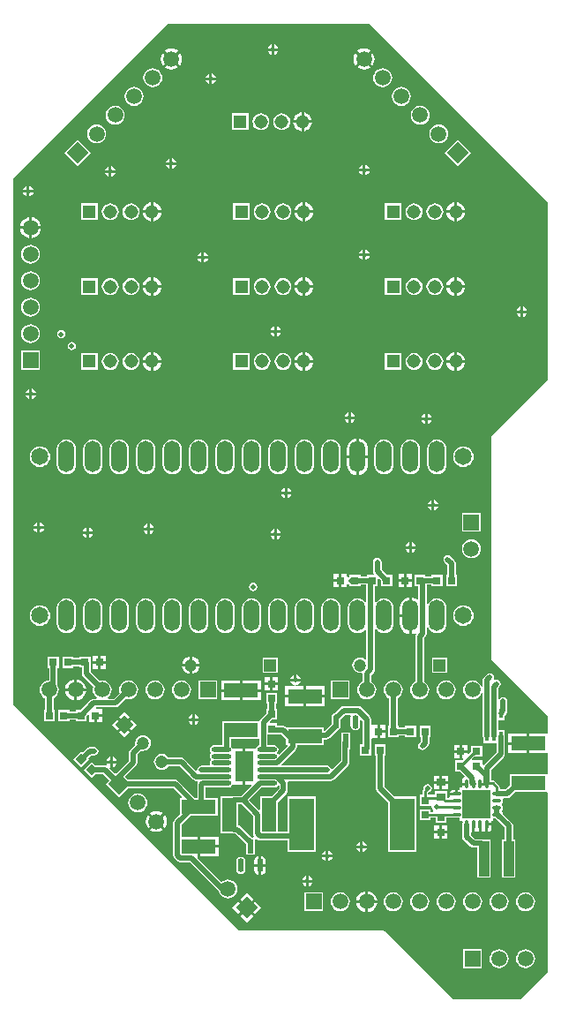
<source format=gbl>
G04*
G04 #@! TF.GenerationSoftware,Altium Limited,Altium Designer,19.1.8 (144)*
G04*
G04 Layer_Physical_Order=4*
G04 Layer_Color=16711680*
%FSLAX25Y25*%
%MOIN*%
G70*
G01*
G75*
%ADD12C,0.01000*%
%ADD26R,0.05906X0.05906*%
%ADD27C,0.05906*%
%ADD28P,0.08352X4X360.0*%
%ADD29R,0.04724X0.04724*%
%ADD30C,0.04724*%
%ADD31P,0.06681X4X360.0*%
%ADD32R,0.05906X0.05906*%
%ADD33P,0.08352X4X90.0*%
%ADD34R,0.05150X0.05150*%
%ADD35C,0.05150*%
%ADD36O,0.06000X0.11811*%
%ADD37C,0.06496*%
%ADD38C,0.01968*%
%ADD40C,0.01968*%
%ADD42P,0.04243X4X360.0*%
%ADD43R,0.03000X0.03000*%
%ADD44R,0.02310X0.05349*%
G04:AMPARAMS|DCode=45|XSize=53.49mil|YSize=23.1mil|CornerRadius=11.55mil|HoleSize=0mil|Usage=FLASHONLY|Rotation=90.000|XOffset=0mil|YOffset=0mil|HoleType=Round|Shape=RoundedRectangle|*
%AMROUNDEDRECTD45*
21,1,0.05349,0.00000,0,0,90.0*
21,1,0.03039,0.02310,0,0,90.0*
1,1,0.02310,0.00000,0.01519*
1,1,0.02310,0.00000,-0.01519*
1,1,0.02310,0.00000,-0.01519*
1,1,0.02310,0.00000,0.01519*
%
%ADD45ROUNDEDRECTD45*%
%ADD46R,0.05512X0.12992*%
%ADD47R,0.12992X0.05512*%
%ADD48R,0.06929X0.11614*%
%ADD49O,0.07480X0.01772*%
%ADD50R,0.03000X0.03000*%
%ADD51R,0.01575X0.03740*%
%ADD52R,0.09449X0.19685*%
%ADD53R,0.03543X0.03150*%
G04:AMPARAMS|DCode=54|XSize=33.07mil|YSize=12.6mil|CornerRadius=1.58mil|HoleSize=0mil|Usage=FLASHONLY|Rotation=90.000|XOffset=0mil|YOffset=0mil|HoleType=Round|Shape=RoundedRectangle|*
%AMROUNDEDRECTD54*
21,1,0.03307,0.00945,0,0,90.0*
21,1,0.02992,0.01260,0,0,90.0*
1,1,0.00315,0.00472,0.01496*
1,1,0.00315,0.00472,-0.01496*
1,1,0.00315,-0.00472,-0.01496*
1,1,0.00315,-0.00472,0.01496*
%
%ADD54ROUNDEDRECTD54*%
G04:AMPARAMS|DCode=55|XSize=33.07mil|YSize=12.6mil|CornerRadius=1.58mil|HoleSize=0mil|Usage=FLASHONLY|Rotation=180.000|XOffset=0mil|YOffset=0mil|HoleType=Round|Shape=RoundedRectangle|*
%AMROUNDEDRECTD55*
21,1,0.03307,0.00945,0,0,180.0*
21,1,0.02992,0.01260,0,0,180.0*
1,1,0.00315,-0.01496,0.00472*
1,1,0.00315,0.01496,0.00472*
1,1,0.00315,0.01496,-0.00472*
1,1,0.00315,-0.01496,-0.00472*
%
%ADD55ROUNDEDRECTD55*%
%ADD56R,0.10630X0.10630*%
%ADD57R,0.03858X0.13386*%
G36*
X205880Y302274D02*
Y235119D01*
X184679Y213918D01*
X184458Y213587D01*
X184380Y213197D01*
Y130197D01*
X184458Y129807D01*
X184679Y129476D01*
X205880Y108274D01*
Y101736D01*
X199000D01*
Y97980D01*
Y94224D01*
X205880D01*
Y86744D01*
X205587Y86366D01*
X205381Y86366D01*
X191413D01*
Y81944D01*
X189973Y80503D01*
X187730D01*
Y81382D01*
X187730Y81382D01*
X187645Y81807D01*
X187404Y82168D01*
X185916Y83656D01*
X185555Y83897D01*
X185130Y83982D01*
X185130Y83982D01*
X184444D01*
Y88013D01*
X189194Y92764D01*
X189194Y92764D01*
X189542Y93284D01*
X189665Y93899D01*
Y100530D01*
X189542Y101145D01*
X189437Y101302D01*
Y102991D01*
X187106D01*
Y106731D01*
X189437D01*
Y108417D01*
X190135Y109115D01*
X190135Y109115D01*
X190483Y109636D01*
X190606Y110250D01*
Y114000D01*
X190483Y114614D01*
X190135Y115135D01*
X189614Y115483D01*
X189000Y115606D01*
X188385Y115483D01*
X187865Y115135D01*
X187606Y114748D01*
X187106Y114900D01*
Y118835D01*
X187635Y119365D01*
X187635Y119365D01*
X187983Y119886D01*
X188106Y120500D01*
X187983Y121115D01*
X187635Y121635D01*
X187115Y121983D01*
X186500Y122106D01*
X185886Y121983D01*
X185760Y121900D01*
X185400Y122260D01*
X185483Y122386D01*
X185606Y123000D01*
X185483Y123615D01*
X185135Y124135D01*
X184615Y124483D01*
X184000Y124606D01*
X183386Y124483D01*
X182865Y124135D01*
X182865Y124135D01*
X181806Y123076D01*
X181457Y122555D01*
X181335Y121941D01*
X181335Y121941D01*
Y119423D01*
X180835Y119324D01*
X180562Y119984D01*
X179994Y120724D01*
X179254Y121292D01*
X178392Y121649D01*
X177467Y121771D01*
X176542Y121649D01*
X175680Y121292D01*
X174940Y120724D01*
X174372Y119984D01*
X174015Y119122D01*
X173893Y118197D01*
X174015Y117272D01*
X174372Y116410D01*
X174940Y115670D01*
X175680Y115102D01*
X176542Y114745D01*
X177467Y114623D01*
X178392Y114745D01*
X179254Y115102D01*
X179994Y115670D01*
X180562Y116410D01*
X180835Y117070D01*
X181335Y116970D01*
Y109191D01*
Y100530D01*
X181457Y99915D01*
X181563Y99758D01*
Y98069D01*
X186453D01*
Y94564D01*
X181703Y89814D01*
X181204Y89954D01*
X181091Y90043D01*
Y91590D01*
X177370D01*
X177163Y92090D01*
X177961Y92888D01*
X178000D01*
X178000Y92888D01*
X178108Y92909D01*
X181091D01*
Y97091D01*
X176909D01*
Y94917D01*
X176714Y94786D01*
X175962Y94034D01*
X175500Y94226D01*
Y94500D01*
X173500D01*
Y92500D01*
X173774D01*
X173966Y92038D01*
X173518Y91590D01*
X170909D01*
Y87410D01*
X172820D01*
X174469Y85760D01*
X174304Y85218D01*
X174237Y85204D01*
X173854Y84949D01*
X173599Y84566D01*
X173509Y84114D01*
Y83118D01*
X175161D01*
Y82118D01*
X173509D01*
Y81315D01*
X172685D01*
Y80491D01*
X171882D01*
Y78839D01*
X171382D01*
Y78339D01*
X168711D01*
X168796Y77915D01*
X168811Y77891D01*
X168544Y77391D01*
X167862D01*
Y79909D01*
X163138D01*
Y78612D01*
X160612D01*
Y79417D01*
X161115Y79517D01*
X161635Y79865D01*
X161983Y80386D01*
X162106Y81000D01*
X161983Y81615D01*
X161635Y82135D01*
X161115Y82483D01*
X160500Y82606D01*
X159886Y82483D01*
X159365Y82135D01*
X159017Y81615D01*
X158894Y81000D01*
X158900Y80972D01*
X158714Y80786D01*
X158473Y80426D01*
X158388Y80000D01*
X158388Y80000D01*
Y78591D01*
X157409D01*
Y74410D01*
X161548D01*
X162029Y74260D01*
X161977Y74000D01*
X162131Y73226D01*
X162541Y72612D01*
X162492Y72405D01*
X162354Y72112D01*
X161591D01*
Y73090D01*
X157409D01*
Y68910D01*
X161591D01*
Y69888D01*
X163409D01*
Y67909D01*
X167591D01*
Y69888D01*
X168067D01*
X168067Y69888D01*
X168492Y69973D01*
X168607Y70050D01*
X169497D01*
X169594Y69984D01*
X169886Y69926D01*
X172685D01*
Y68685D01*
X173569D01*
X173804Y68185D01*
X173678Y67996D01*
X173556Y67382D01*
Y62776D01*
X173556Y62776D01*
X173678Y62161D01*
X174026Y61640D01*
X176593Y59073D01*
X176593Y59073D01*
X177114Y58725D01*
X177728Y58603D01*
X179315D01*
Y47216D01*
X184354D01*
Y61783D01*
X181045D01*
X180890Y61814D01*
X180890Y61814D01*
X178393D01*
X176767Y63441D01*
Y64292D01*
X177220Y64682D01*
Y67382D01*
X178220D01*
Y64711D01*
X178645Y64796D01*
X179000Y65033D01*
X179356Y64796D01*
X179780Y64711D01*
Y67382D01*
X180780D01*
Y64711D01*
X181204Y64796D01*
X181559Y65033D01*
X181914Y64796D01*
X182339Y64711D01*
Y67382D01*
X182839D01*
Y67882D01*
X184491D01*
Y68685D01*
X185315D01*
Y69569D01*
X185815Y69804D01*
X186004Y69678D01*
X186181Y69643D01*
X189560Y66264D01*
Y61783D01*
X188646D01*
Y47216D01*
X193685D01*
Y61783D01*
X192771D01*
Y66929D01*
X192771Y66929D01*
X192649Y67544D01*
X192301Y68064D01*
X188877Y71488D01*
Y71634D01*
X188819Y71926D01*
X188654Y72173D01*
Y72709D01*
X188819Y72956D01*
X188877Y73248D01*
Y74193D01*
X188819Y74485D01*
X188654Y74732D01*
Y75268D01*
X188819Y75515D01*
X188877Y75807D01*
Y76752D01*
X188869Y76792D01*
X189187Y77261D01*
X189240Y77292D01*
X190638D01*
X190638Y77292D01*
X191252Y77414D01*
X191773Y77762D01*
X193684Y79673D01*
X205381D01*
X205587Y79673D01*
X205880Y79295D01*
Y11619D01*
X195478Y1216D01*
X170322D01*
X144621Y26918D01*
X144290Y27139D01*
X143900Y27216D01*
X89322D01*
X3920Y112619D01*
Y311275D01*
X62322Y369677D01*
X138478D01*
X205880Y302274D01*
D02*
G37*
%LPC*%
G36*
X102500Y361924D02*
Y360500D01*
X103924D01*
X103869Y360774D01*
X103431Y361431D01*
X102774Y361869D01*
X102500Y361924D01*
D02*
G37*
G36*
X101500D02*
X101226Y361869D01*
X100569Y361431D01*
X100131Y360774D01*
X100076Y360500D01*
X101500D01*
Y361924D01*
D02*
G37*
G36*
X103924Y359500D02*
X102500D01*
Y358076D01*
X102774Y358131D01*
X103431Y358569D01*
X103869Y359226D01*
X103924Y359500D01*
D02*
G37*
G36*
X101500D02*
X100076D01*
X100131Y359226D01*
X100569Y358569D01*
X101226Y358131D01*
X101500Y358076D01*
Y359500D01*
D02*
G37*
G36*
X63663Y360397D02*
X62631Y360261D01*
X61670Y359863D01*
X61244Y359536D01*
X63663Y357117D01*
X66082Y359536D01*
X65656Y359863D01*
X64695Y360261D01*
X63663Y360397D01*
D02*
G37*
G36*
X136397D02*
X135365Y360261D01*
X134403Y359863D01*
X133978Y359536D01*
X136397Y357117D01*
X138816Y359536D01*
X138390Y359863D01*
X137429Y360261D01*
X136397Y360397D01*
D02*
G37*
G36*
X60537Y358829D02*
X60210Y358403D01*
X59812Y357442D01*
X59676Y356410D01*
X59812Y355378D01*
X60210Y354417D01*
X60537Y353991D01*
X62956Y356410D01*
X60537Y358829D01*
D02*
G37*
G36*
X133271Y358829D02*
X132944Y358403D01*
X132546Y357442D01*
X132410Y356410D01*
X132546Y355378D01*
X132944Y354417D01*
X133271Y353991D01*
X135690Y356410D01*
X133271Y358829D01*
D02*
G37*
G36*
X66789Y358829D02*
X64370Y356410D01*
X66789Y353991D01*
X67116Y354417D01*
X67514Y355378D01*
X67650Y356410D01*
X67514Y357442D01*
X67116Y358403D01*
X66789Y358829D01*
D02*
G37*
G36*
X139523Y358829D02*
X137104Y356410D01*
X139523Y353991D01*
X139849Y354417D01*
X140248Y355378D01*
X140384Y356410D01*
X140248Y357442D01*
X139849Y358403D01*
X139523Y358829D01*
D02*
G37*
G36*
X136397Y355703D02*
X133978Y353284D01*
X134403Y352957D01*
X135365Y352559D01*
X136397Y352423D01*
X137429Y352559D01*
X138390Y352957D01*
X138816Y353284D01*
X136397Y355703D01*
D02*
G37*
G36*
X63663Y355703D02*
X61244Y353284D01*
X61670Y352957D01*
X62631Y352559D01*
X63663Y352423D01*
X64695Y352559D01*
X65656Y352957D01*
X66082Y353284D01*
X63663Y355703D01*
D02*
G37*
G36*
X79000Y350924D02*
Y349500D01*
X80424D01*
X80369Y349774D01*
X79931Y350431D01*
X79274Y350869D01*
X79000Y350924D01*
D02*
G37*
G36*
X78000D02*
X77726Y350869D01*
X77069Y350431D01*
X76631Y349774D01*
X76576Y349500D01*
X78000D01*
Y350924D01*
D02*
G37*
G36*
X80424Y348500D02*
X79000D01*
Y347076D01*
X79274Y347131D01*
X79931Y347569D01*
X80369Y348226D01*
X80424Y348500D01*
D02*
G37*
G36*
X78000D02*
X76576D01*
X76631Y348226D01*
X77069Y347569D01*
X77726Y347131D01*
X78000Y347076D01*
Y348500D01*
D02*
G37*
G36*
X143468Y352913D02*
X142543Y352791D01*
X141681Y352434D01*
X140941Y351866D01*
X140373Y351126D01*
X140016Y350264D01*
X139894Y349339D01*
X140016Y348414D01*
X140373Y347552D01*
X140941Y346812D01*
X141681Y346244D01*
X142543Y345887D01*
X143468Y345765D01*
X144393Y345887D01*
X145255Y346244D01*
X145995Y346812D01*
X146563Y347552D01*
X146920Y348414D01*
X147042Y349339D01*
X146920Y350264D01*
X146563Y351126D01*
X145995Y351866D01*
X145255Y352434D01*
X144393Y352791D01*
X143468Y352913D01*
D02*
G37*
G36*
X56592D02*
X55667Y352791D01*
X54805Y352434D01*
X54065Y351866D01*
X53497Y351126D01*
X53140Y350264D01*
X53018Y349339D01*
X53140Y348414D01*
X53497Y347552D01*
X54065Y346812D01*
X54805Y346244D01*
X55667Y345887D01*
X56592Y345765D01*
X57517Y345887D01*
X58379Y346244D01*
X59119Y346812D01*
X59687Y347552D01*
X60044Y348414D01*
X60166Y349339D01*
X60044Y350264D01*
X59687Y351126D01*
X59119Y351866D01*
X58379Y352434D01*
X57517Y352791D01*
X56592Y352913D01*
D02*
G37*
G36*
X49521Y345842D02*
X48596Y345720D01*
X47734Y345363D01*
X46994Y344795D01*
X46426Y344055D01*
X46069Y343193D01*
X45947Y342268D01*
X46069Y341343D01*
X46426Y340481D01*
X46994Y339741D01*
X47734Y339173D01*
X48596Y338816D01*
X49521Y338694D01*
X50446Y338816D01*
X51308Y339173D01*
X52048Y339741D01*
X52616Y340481D01*
X52973Y341343D01*
X53095Y342268D01*
X52973Y343193D01*
X52616Y344055D01*
X52048Y344795D01*
X51308Y345363D01*
X50446Y345720D01*
X49521Y345842D01*
D02*
G37*
G36*
X150539Y345842D02*
X149614Y345720D01*
X148752Y345363D01*
X148012Y344795D01*
X147444Y344055D01*
X147087Y343193D01*
X146965Y342268D01*
X147087Y341343D01*
X147444Y340481D01*
X148012Y339741D01*
X148752Y339173D01*
X149614Y338816D01*
X150539Y338694D01*
X151464Y338816D01*
X152326Y339173D01*
X153066Y339741D01*
X153634Y340481D01*
X153991Y341343D01*
X154113Y342268D01*
X153991Y343193D01*
X153634Y344055D01*
X153066Y344795D01*
X152326Y345363D01*
X151464Y345720D01*
X150539Y345842D01*
D02*
G37*
G36*
X113711Y336237D02*
Y333197D01*
X116751D01*
X116694Y333630D01*
X116334Y334500D01*
X115761Y335246D01*
X115014Y335819D01*
X114144Y336180D01*
X113711Y336237D01*
D02*
G37*
G36*
X112711D02*
X112278Y336180D01*
X111408Y335819D01*
X110661Y335246D01*
X110088Y334500D01*
X109728Y333630D01*
X109671Y333197D01*
X112711D01*
Y336237D01*
D02*
G37*
G36*
X157610Y338771D02*
X156685Y338649D01*
X155823Y338292D01*
X155083Y337724D01*
X154515Y336984D01*
X154158Y336122D01*
X154036Y335197D01*
X154158Y334272D01*
X154515Y333410D01*
X155083Y332670D01*
X155823Y332102D01*
X156685Y331745D01*
X157610Y331623D01*
X158535Y331745D01*
X159397Y332102D01*
X160137Y332670D01*
X160705Y333410D01*
X161062Y334272D01*
X161184Y335197D01*
X161062Y336122D01*
X160705Y336984D01*
X160137Y337724D01*
X159397Y338292D01*
X158535Y338649D01*
X157610Y338771D01*
D02*
G37*
G36*
X42450D02*
X41525Y338649D01*
X40663Y338292D01*
X39923Y337724D01*
X39355Y336984D01*
X38998Y336122D01*
X38876Y335197D01*
X38998Y334272D01*
X39355Y333410D01*
X39923Y332670D01*
X40663Y332102D01*
X41525Y331745D01*
X42450Y331623D01*
X43375Y331745D01*
X44237Y332102D01*
X44977Y332670D01*
X45545Y333410D01*
X45902Y334272D01*
X46024Y335197D01*
X45902Y336122D01*
X45545Y336984D01*
X44977Y337724D01*
X44237Y338292D01*
X43375Y338649D01*
X42450Y338771D01*
D02*
G37*
G36*
X92754Y335862D02*
X86424D01*
Y329532D01*
X92754D01*
Y335862D01*
D02*
G37*
G36*
X105337Y335890D02*
X104511Y335781D01*
X103741Y335462D01*
X103079Y334954D01*
X102572Y334293D01*
X102253Y333523D01*
X102144Y332697D01*
X102253Y331871D01*
X102572Y331101D01*
X103079Y330439D01*
X103741Y329932D01*
X104511Y329613D01*
X105337Y329504D01*
X106163Y329613D01*
X106933Y329932D01*
X107595Y330439D01*
X108102Y331101D01*
X108421Y331871D01*
X108530Y332697D01*
X108421Y333523D01*
X108102Y334293D01*
X107595Y334954D01*
X106933Y335462D01*
X106163Y335781D01*
X105337Y335890D01*
D02*
G37*
G36*
X97463D02*
X96637Y335781D01*
X95867Y335462D01*
X95205Y334954D01*
X94698Y334293D01*
X94379Y333523D01*
X94270Y332697D01*
X94379Y331871D01*
X94698Y331101D01*
X95205Y330439D01*
X95867Y329932D01*
X96637Y329613D01*
X97463Y329504D01*
X98289Y329613D01*
X99059Y329932D01*
X99721Y330439D01*
X100228Y331101D01*
X100547Y331871D01*
X100656Y332697D01*
X100547Y333523D01*
X100228Y334293D01*
X99721Y334954D01*
X99059Y335462D01*
X98289Y335781D01*
X97463Y335890D01*
D02*
G37*
G36*
X116751Y332197D02*
X113711D01*
Y329157D01*
X114144Y329214D01*
X115014Y329574D01*
X115761Y330147D01*
X116334Y330894D01*
X116694Y331764D01*
X116751Y332197D01*
D02*
G37*
G36*
X112711D02*
X109671D01*
X109728Y331764D01*
X110088Y330894D01*
X110661Y330147D01*
X111408Y329574D01*
X112278Y329214D01*
X112711Y329157D01*
Y332197D01*
D02*
G37*
G36*
X164681Y331700D02*
X163756Y331578D01*
X162894Y331221D01*
X162154Y330653D01*
X161586Y329913D01*
X161229Y329051D01*
X161107Y328126D01*
X161229Y327201D01*
X161586Y326339D01*
X162154Y325599D01*
X162894Y325031D01*
X163756Y324674D01*
X164681Y324552D01*
X165606Y324674D01*
X166468Y325031D01*
X167208Y325599D01*
X167776Y326339D01*
X168133Y327201D01*
X168255Y328126D01*
X168133Y329051D01*
X167776Y329913D01*
X167208Y330653D01*
X166468Y331221D01*
X165606Y331578D01*
X164681Y331700D01*
D02*
G37*
G36*
X35379D02*
X34454Y331578D01*
X33592Y331221D01*
X32852Y330653D01*
X32284Y329913D01*
X31927Y329051D01*
X31805Y328126D01*
X31927Y327201D01*
X32284Y326339D01*
X32852Y325599D01*
X33592Y325031D01*
X34454Y324674D01*
X35379Y324552D01*
X36304Y324674D01*
X37166Y325031D01*
X37906Y325599D01*
X38474Y326339D01*
X38831Y327201D01*
X38953Y328126D01*
X38831Y329051D01*
X38474Y329913D01*
X37906Y330653D01*
X37166Y331221D01*
X36304Y331578D01*
X35379Y331700D01*
D02*
G37*
G36*
X64000Y318924D02*
Y317500D01*
X65424D01*
X65369Y317774D01*
X64931Y318431D01*
X64274Y318869D01*
X64000Y318924D01*
D02*
G37*
G36*
X63000D02*
X62726Y318869D01*
X62069Y318431D01*
X61631Y317774D01*
X61576Y317500D01*
X63000D01*
Y318924D01*
D02*
G37*
G36*
X171752Y326066D02*
X166741Y321055D01*
X171752Y316044D01*
X176763Y321055D01*
X171752Y326066D01*
D02*
G37*
G36*
X28308D02*
X23297Y321055D01*
X28308Y316044D01*
X33319Y321055D01*
X28308Y326066D01*
D02*
G37*
G36*
X65424Y316500D02*
X64000D01*
Y315076D01*
X64274Y315131D01*
X64931Y315569D01*
X65369Y316226D01*
X65424Y316500D01*
D02*
G37*
G36*
X63000D02*
X61576D01*
X61631Y316226D01*
X62069Y315569D01*
X62726Y315131D01*
X63000Y315076D01*
Y316500D01*
D02*
G37*
G36*
X137000Y316424D02*
Y315000D01*
X138424D01*
X138369Y315274D01*
X137931Y315931D01*
X137274Y316369D01*
X137000Y316424D01*
D02*
G37*
G36*
X136000D02*
X135726Y316369D01*
X135069Y315931D01*
X134631Y315274D01*
X134576Y315000D01*
X136000D01*
Y316424D01*
D02*
G37*
G36*
X41000Y315924D02*
Y314500D01*
X42424D01*
X42369Y314774D01*
X41931Y315431D01*
X41274Y315869D01*
X41000Y315924D01*
D02*
G37*
G36*
X40000D02*
X39726Y315869D01*
X39069Y315431D01*
X38631Y314774D01*
X38576Y314500D01*
X40000D01*
Y315924D01*
D02*
G37*
G36*
X138424Y314000D02*
X137000D01*
Y312576D01*
X137274Y312631D01*
X137931Y313069D01*
X138369Y313726D01*
X138424Y314000D01*
D02*
G37*
G36*
X136000D02*
X134576D01*
X134631Y313726D01*
X135069Y313069D01*
X135726Y312631D01*
X136000Y312576D01*
Y314000D01*
D02*
G37*
G36*
X42424Y313500D02*
X41000D01*
Y312076D01*
X41274Y312131D01*
X41931Y312569D01*
X42369Y313226D01*
X42424Y313500D01*
D02*
G37*
G36*
X40000D02*
X38576D01*
X38631Y313226D01*
X39069Y312569D01*
X39726Y312131D01*
X40000Y312076D01*
Y313500D01*
D02*
G37*
G36*
X10000Y308424D02*
Y307000D01*
X11424D01*
X11369Y307274D01*
X10931Y307931D01*
X10274Y308369D01*
X10000Y308424D01*
D02*
G37*
G36*
X9000D02*
X8726Y308369D01*
X8069Y307931D01*
X7631Y307274D01*
X7576Y307000D01*
X9000D01*
Y308424D01*
D02*
G37*
G36*
X11424Y306000D02*
X10000D01*
Y304576D01*
X10274Y304631D01*
X10931Y305069D01*
X11369Y305726D01*
X11424Y306000D01*
D02*
G37*
G36*
X9000D02*
X7576D01*
X7631Y305726D01*
X8069Y305069D01*
X8726Y304631D01*
X9000Y304576D01*
Y306000D01*
D02*
G37*
G36*
X171593Y302237D02*
Y299197D01*
X174633D01*
X174576Y299630D01*
X174215Y300500D01*
X173643Y301246D01*
X172896Y301819D01*
X172026Y302180D01*
X171593Y302237D01*
D02*
G37*
G36*
X170593D02*
X170160Y302180D01*
X169290Y301819D01*
X168543Y301246D01*
X167970Y300500D01*
X167610Y299630D01*
X167553Y299197D01*
X170593D01*
Y302237D01*
D02*
G37*
G36*
X114184D02*
Y299197D01*
X117224D01*
X117167Y299630D01*
X116807Y300500D01*
X116234Y301246D01*
X115487Y301819D01*
X114618Y302180D01*
X114184Y302237D01*
D02*
G37*
G36*
X113184D02*
X112751Y302180D01*
X111882Y301819D01*
X111135Y301246D01*
X110562Y300500D01*
X110202Y299630D01*
X110145Y299197D01*
X113184D01*
Y302237D01*
D02*
G37*
G36*
X56776D02*
Y299197D01*
X59816D01*
X59759Y299630D01*
X59399Y300500D01*
X58826Y301246D01*
X58079Y301819D01*
X57209Y302180D01*
X56776Y302237D01*
D02*
G37*
G36*
X55776D02*
X55343Y302180D01*
X54473Y301819D01*
X53726Y301246D01*
X53153Y300500D01*
X52793Y299630D01*
X52736Y299197D01*
X55776D01*
Y302237D01*
D02*
G37*
G36*
X150636Y301862D02*
X144306D01*
Y295532D01*
X150636D01*
Y301862D01*
D02*
G37*
G36*
X93228D02*
X86897D01*
Y295532D01*
X93228D01*
Y301862D01*
D02*
G37*
G36*
X35819D02*
X29489D01*
Y295532D01*
X35819D01*
Y301862D01*
D02*
G37*
G36*
X163219Y301889D02*
X162393Y301781D01*
X161623Y301462D01*
X160961Y300954D01*
X160454Y300293D01*
X160135Y299523D01*
X160026Y298697D01*
X160135Y297870D01*
X160454Y297100D01*
X160961Y296439D01*
X161623Y295932D01*
X162393Y295613D01*
X163219Y295504D01*
X164045Y295613D01*
X164815Y295932D01*
X165476Y296439D01*
X165984Y297100D01*
X166303Y297870D01*
X166412Y298697D01*
X166303Y299523D01*
X165984Y300293D01*
X165476Y300954D01*
X164815Y301462D01*
X164045Y301781D01*
X163219Y301889D01*
D02*
G37*
G36*
X155345D02*
X154519Y301781D01*
X153749Y301462D01*
X153087Y300954D01*
X152580Y300293D01*
X152261Y299523D01*
X152152Y298697D01*
X152261Y297870D01*
X152580Y297100D01*
X153087Y296439D01*
X153749Y295932D01*
X154519Y295613D01*
X155345Y295504D01*
X156171Y295613D01*
X156941Y295932D01*
X157602Y296439D01*
X158110Y297100D01*
X158429Y297870D01*
X158537Y298697D01*
X158429Y299523D01*
X158110Y300293D01*
X157602Y300954D01*
X156941Y301462D01*
X156171Y301781D01*
X155345Y301889D01*
D02*
G37*
G36*
X105810D02*
X104984Y301781D01*
X104214Y301462D01*
X103553Y300954D01*
X103045Y300293D01*
X102727Y299523D01*
X102618Y298697D01*
X102727Y297870D01*
X103045Y297100D01*
X103553Y296439D01*
X104214Y295932D01*
X104984Y295613D01*
X105810Y295504D01*
X106637Y295613D01*
X107407Y295932D01*
X108068Y296439D01*
X108575Y297100D01*
X108894Y297870D01*
X109003Y298697D01*
X108894Y299523D01*
X108575Y300293D01*
X108068Y300954D01*
X107407Y301462D01*
X106637Y301781D01*
X105810Y301889D01*
D02*
G37*
G36*
X97936D02*
X97110Y301781D01*
X96340Y301462D01*
X95679Y300954D01*
X95171Y300293D01*
X94853Y299523D01*
X94744Y298697D01*
X94853Y297870D01*
X95171Y297100D01*
X95679Y296439D01*
X96340Y295932D01*
X97110Y295613D01*
X97936Y295504D01*
X98763Y295613D01*
X99533Y295932D01*
X100194Y296439D01*
X100701Y297100D01*
X101020Y297870D01*
X101129Y298697D01*
X101020Y299523D01*
X100701Y300293D01*
X100194Y300954D01*
X99533Y301462D01*
X98763Y301781D01*
X97936Y301889D01*
D02*
G37*
G36*
X48402D02*
X47576Y301781D01*
X46806Y301462D01*
X46144Y300954D01*
X45637Y300293D01*
X45318Y299523D01*
X45209Y298697D01*
X45318Y297870D01*
X45637Y297100D01*
X46144Y296439D01*
X46806Y295932D01*
X47576Y295613D01*
X48402Y295504D01*
X49228Y295613D01*
X49998Y295932D01*
X50660Y296439D01*
X51167Y297100D01*
X51486Y297870D01*
X51595Y298697D01*
X51486Y299523D01*
X51167Y300293D01*
X50660Y300954D01*
X49998Y301462D01*
X49228Y301781D01*
X48402Y301889D01*
D02*
G37*
G36*
X40528D02*
X39702Y301781D01*
X38932Y301462D01*
X38270Y300954D01*
X37763Y300293D01*
X37444Y299523D01*
X37335Y298697D01*
X37444Y297870D01*
X37763Y297100D01*
X38270Y296439D01*
X38932Y295932D01*
X39702Y295613D01*
X40528Y295504D01*
X41354Y295613D01*
X42124Y295932D01*
X42786Y296439D01*
X43293Y297100D01*
X43612Y297870D01*
X43721Y298697D01*
X43612Y299523D01*
X43293Y300293D01*
X42786Y300954D01*
X42124Y301462D01*
X41354Y301781D01*
X40528Y301889D01*
D02*
G37*
G36*
X174633Y298197D02*
X171593D01*
Y295157D01*
X172026Y295214D01*
X172896Y295574D01*
X173643Y296147D01*
X174215Y296894D01*
X174576Y297764D01*
X174633Y298197D01*
D02*
G37*
G36*
X170593D02*
X167553D01*
X167610Y297764D01*
X167970Y296894D01*
X168543Y296147D01*
X169290Y295574D01*
X170160Y295214D01*
X170593Y295157D01*
Y298197D01*
D02*
G37*
G36*
X117224D02*
X114184D01*
Y295157D01*
X114618Y295214D01*
X115487Y295574D01*
X116234Y296147D01*
X116807Y296894D01*
X117167Y297764D01*
X117224Y298197D01*
D02*
G37*
G36*
X113184D02*
X110145D01*
X110202Y297764D01*
X110562Y296894D01*
X111135Y296147D01*
X111882Y295574D01*
X112751Y295214D01*
X113184Y295157D01*
Y298197D01*
D02*
G37*
G36*
X59816D02*
X56776D01*
Y295157D01*
X57209Y295214D01*
X58079Y295574D01*
X58826Y296147D01*
X59399Y296894D01*
X59759Y297764D01*
X59816Y298197D01*
D02*
G37*
G36*
X55776D02*
X52736D01*
X52793Y297764D01*
X53153Y296894D01*
X53726Y296147D01*
X54473Y295574D01*
X55343Y295214D01*
X55776Y295157D01*
Y298197D01*
D02*
G37*
G36*
X10900Y296618D02*
Y293197D01*
X14321D01*
X14251Y293729D01*
X13853Y294690D01*
X13219Y295516D01*
X12393Y296150D01*
X11432Y296548D01*
X10900Y296618D01*
D02*
G37*
G36*
X9900D02*
X9368Y296548D01*
X8407Y296150D01*
X7581Y295516D01*
X6947Y294690D01*
X6549Y293729D01*
X6479Y293197D01*
X9900D01*
Y296618D01*
D02*
G37*
G36*
Y292197D02*
X6479D01*
X6549Y291665D01*
X6947Y290703D01*
X7581Y289878D01*
X8407Y289244D01*
X9368Y288846D01*
X9900Y288776D01*
Y292197D01*
D02*
G37*
G36*
X14321D02*
X10900D01*
Y288776D01*
X11432Y288846D01*
X12393Y289244D01*
X13219Y289878D01*
X13853Y290703D01*
X14251Y291665D01*
X14321Y292197D01*
D02*
G37*
G36*
X137000Y284424D02*
Y283000D01*
X138424D01*
X138369Y283274D01*
X137931Y283931D01*
X137274Y284369D01*
X137000Y284424D01*
D02*
G37*
G36*
X136000D02*
X135726Y284369D01*
X135069Y283931D01*
X134631Y283274D01*
X134576Y283000D01*
X136000D01*
Y284424D01*
D02*
G37*
G36*
X76000Y283424D02*
Y282000D01*
X77424D01*
X77369Y282274D01*
X76931Y282931D01*
X76274Y283369D01*
X76000Y283424D01*
D02*
G37*
G36*
X75000D02*
X74726Y283369D01*
X74069Y282931D01*
X73631Y282274D01*
X73576Y282000D01*
X75000D01*
Y283424D01*
D02*
G37*
G36*
X138424Y282000D02*
X137000D01*
Y280576D01*
X137274Y280631D01*
X137931Y281069D01*
X138369Y281726D01*
X138424Y282000D01*
D02*
G37*
G36*
X136000D02*
X134576D01*
X134631Y281726D01*
X135069Y281069D01*
X135726Y280631D01*
X136000Y280576D01*
Y282000D01*
D02*
G37*
G36*
X77424Y281000D02*
X76000D01*
Y279576D01*
X76274Y279631D01*
X76931Y280069D01*
X77369Y280726D01*
X77424Y281000D01*
D02*
G37*
G36*
X75000D02*
X73576D01*
X73631Y280726D01*
X74069Y280069D01*
X74726Y279631D01*
X75000Y279576D01*
Y281000D01*
D02*
G37*
G36*
X10400Y286271D02*
X9475Y286149D01*
X8613Y285792D01*
X7873Y285224D01*
X7305Y284484D01*
X6948Y283622D01*
X6826Y282697D01*
X6948Y281772D01*
X7305Y280910D01*
X7873Y280170D01*
X8613Y279602D01*
X9475Y279245D01*
X10400Y279123D01*
X11325Y279245D01*
X12187Y279602D01*
X12927Y280170D01*
X13495Y280910D01*
X13852Y281772D01*
X13974Y282697D01*
X13852Y283622D01*
X13495Y284484D01*
X12927Y285224D01*
X12187Y285792D01*
X11325Y286149D01*
X10400Y286271D01*
D02*
G37*
G36*
X171593Y273987D02*
Y270947D01*
X174633D01*
X174576Y271380D01*
X174215Y272250D01*
X173643Y272996D01*
X172896Y273569D01*
X172026Y273930D01*
X171593Y273987D01*
D02*
G37*
G36*
X170593D02*
X170160Y273930D01*
X169290Y273569D01*
X168543Y272996D01*
X167970Y272250D01*
X167610Y271380D01*
X167553Y270947D01*
X170593D01*
Y273987D01*
D02*
G37*
G36*
X114184D02*
Y270947D01*
X117224D01*
X117167Y271380D01*
X116807Y272250D01*
X116234Y272996D01*
X115487Y273569D01*
X114618Y273930D01*
X114184Y273987D01*
D02*
G37*
G36*
X113184D02*
X112751Y273930D01*
X111882Y273569D01*
X111135Y272996D01*
X110562Y272250D01*
X110202Y271380D01*
X110145Y270947D01*
X113184D01*
Y273987D01*
D02*
G37*
G36*
X56776D02*
Y270947D01*
X59816D01*
X59759Y271380D01*
X59399Y272250D01*
X58826Y272996D01*
X58079Y273569D01*
X57209Y273930D01*
X56776Y273987D01*
D02*
G37*
G36*
X55776D02*
X55343Y273930D01*
X54473Y273569D01*
X53726Y272996D01*
X53153Y272250D01*
X52793Y271380D01*
X52736Y270947D01*
X55776D01*
Y273987D01*
D02*
G37*
G36*
X10400Y276271D02*
X9475Y276149D01*
X8613Y275792D01*
X7873Y275224D01*
X7305Y274484D01*
X6948Y273622D01*
X6826Y272697D01*
X6948Y271772D01*
X7305Y270910D01*
X7873Y270170D01*
X8613Y269602D01*
X9475Y269245D01*
X10400Y269123D01*
X11325Y269245D01*
X12187Y269602D01*
X12927Y270170D01*
X13495Y270910D01*
X13852Y271772D01*
X13974Y272697D01*
X13852Y273622D01*
X13495Y274484D01*
X12927Y275224D01*
X12187Y275792D01*
X11325Y276149D01*
X10400Y276271D01*
D02*
G37*
G36*
X150636Y273612D02*
X144306D01*
Y267282D01*
X150636D01*
Y273612D01*
D02*
G37*
G36*
X93228D02*
X86897D01*
Y267282D01*
X93228D01*
Y273612D01*
D02*
G37*
G36*
X35819D02*
X29489D01*
Y267282D01*
X35819D01*
Y273612D01*
D02*
G37*
G36*
X163219Y273639D02*
X162393Y273531D01*
X161623Y273212D01*
X160961Y272704D01*
X160454Y272043D01*
X160135Y271273D01*
X160026Y270447D01*
X160135Y269620D01*
X160454Y268850D01*
X160961Y268189D01*
X161623Y267682D01*
X162393Y267363D01*
X163219Y267254D01*
X164045Y267363D01*
X164815Y267682D01*
X165476Y268189D01*
X165984Y268850D01*
X166303Y269620D01*
X166412Y270447D01*
X166303Y271273D01*
X165984Y272043D01*
X165476Y272704D01*
X164815Y273212D01*
X164045Y273531D01*
X163219Y273639D01*
D02*
G37*
G36*
X155345D02*
X154519Y273531D01*
X153749Y273212D01*
X153087Y272704D01*
X152580Y272043D01*
X152261Y271273D01*
X152152Y270447D01*
X152261Y269620D01*
X152580Y268850D01*
X153087Y268189D01*
X153749Y267682D01*
X154519Y267363D01*
X155345Y267254D01*
X156171Y267363D01*
X156941Y267682D01*
X157602Y268189D01*
X158110Y268850D01*
X158429Y269620D01*
X158537Y270447D01*
X158429Y271273D01*
X158110Y272043D01*
X157602Y272704D01*
X156941Y273212D01*
X156171Y273531D01*
X155345Y273639D01*
D02*
G37*
G36*
X105810D02*
X104984Y273531D01*
X104214Y273212D01*
X103553Y272704D01*
X103045Y272043D01*
X102727Y271273D01*
X102618Y270447D01*
X102727Y269620D01*
X103045Y268850D01*
X103553Y268189D01*
X104214Y267682D01*
X104984Y267363D01*
X105810Y267254D01*
X106637Y267363D01*
X107407Y267682D01*
X108068Y268189D01*
X108575Y268850D01*
X108894Y269620D01*
X109003Y270447D01*
X108894Y271273D01*
X108575Y272043D01*
X108068Y272704D01*
X107407Y273212D01*
X106637Y273531D01*
X105810Y273639D01*
D02*
G37*
G36*
X97936D02*
X97110Y273531D01*
X96340Y273212D01*
X95679Y272704D01*
X95171Y272043D01*
X94853Y271273D01*
X94744Y270447D01*
X94853Y269620D01*
X95171Y268850D01*
X95679Y268189D01*
X96340Y267682D01*
X97110Y267363D01*
X97936Y267254D01*
X98763Y267363D01*
X99533Y267682D01*
X100194Y268189D01*
X100701Y268850D01*
X101020Y269620D01*
X101129Y270447D01*
X101020Y271273D01*
X100701Y272043D01*
X100194Y272704D01*
X99533Y273212D01*
X98763Y273531D01*
X97936Y273639D01*
D02*
G37*
G36*
X48402D02*
X47576Y273531D01*
X46806Y273212D01*
X46144Y272704D01*
X45637Y272043D01*
X45318Y271273D01*
X45209Y270447D01*
X45318Y269620D01*
X45637Y268850D01*
X46144Y268189D01*
X46806Y267682D01*
X47576Y267363D01*
X48402Y267254D01*
X49228Y267363D01*
X49998Y267682D01*
X50660Y268189D01*
X51167Y268850D01*
X51486Y269620D01*
X51595Y270447D01*
X51486Y271273D01*
X51167Y272043D01*
X50660Y272704D01*
X49998Y273212D01*
X49228Y273531D01*
X48402Y273639D01*
D02*
G37*
G36*
X40528D02*
X39702Y273531D01*
X38932Y273212D01*
X38270Y272704D01*
X37763Y272043D01*
X37444Y271273D01*
X37335Y270447D01*
X37444Y269620D01*
X37763Y268850D01*
X38270Y268189D01*
X38932Y267682D01*
X39702Y267363D01*
X40528Y267254D01*
X41354Y267363D01*
X42124Y267682D01*
X42786Y268189D01*
X43293Y268850D01*
X43612Y269620D01*
X43721Y270447D01*
X43612Y271273D01*
X43293Y272043D01*
X42786Y272704D01*
X42124Y273212D01*
X41354Y273531D01*
X40528Y273639D01*
D02*
G37*
G36*
X174633Y269947D02*
X171593D01*
Y266907D01*
X172026Y266964D01*
X172896Y267324D01*
X173643Y267897D01*
X174215Y268644D01*
X174576Y269514D01*
X174633Y269947D01*
D02*
G37*
G36*
X170593D02*
X167553D01*
X167610Y269514D01*
X167970Y268644D01*
X168543Y267897D01*
X169290Y267324D01*
X170160Y266964D01*
X170593Y266907D01*
Y269947D01*
D02*
G37*
G36*
X117224D02*
X114184D01*
Y266907D01*
X114618Y266964D01*
X115487Y267324D01*
X116234Y267897D01*
X116807Y268644D01*
X117167Y269514D01*
X117224Y269947D01*
D02*
G37*
G36*
X113184D02*
X110145D01*
X110202Y269514D01*
X110562Y268644D01*
X111135Y267897D01*
X111882Y267324D01*
X112751Y266964D01*
X113184Y266907D01*
Y269947D01*
D02*
G37*
G36*
X59816D02*
X56776D01*
Y266907D01*
X57209Y266964D01*
X58079Y267324D01*
X58826Y267897D01*
X59399Y268644D01*
X59759Y269514D01*
X59816Y269947D01*
D02*
G37*
G36*
X55776D02*
X52736D01*
X52793Y269514D01*
X53153Y268644D01*
X53726Y267897D01*
X54473Y267324D01*
X55343Y266964D01*
X55776Y266907D01*
Y269947D01*
D02*
G37*
G36*
X196500Y262924D02*
Y261500D01*
X197924D01*
X197869Y261774D01*
X197431Y262431D01*
X196774Y262869D01*
X196500Y262924D01*
D02*
G37*
G36*
X195500D02*
X195226Y262869D01*
X194569Y262431D01*
X194131Y261774D01*
X194076Y261500D01*
X195500D01*
Y262924D01*
D02*
G37*
G36*
X10400Y266271D02*
X9475Y266149D01*
X8613Y265792D01*
X7873Y265224D01*
X7305Y264484D01*
X6948Y263622D01*
X6826Y262697D01*
X6948Y261772D01*
X7305Y260910D01*
X7873Y260170D01*
X8613Y259602D01*
X9475Y259245D01*
X10400Y259123D01*
X11325Y259245D01*
X12187Y259602D01*
X12927Y260170D01*
X13495Y260910D01*
X13852Y261772D01*
X13974Y262697D01*
X13852Y263622D01*
X13495Y264484D01*
X12927Y265224D01*
X12187Y265792D01*
X11325Y266149D01*
X10400Y266271D01*
D02*
G37*
G36*
X197924Y260500D02*
X196500D01*
Y259076D01*
X196774Y259131D01*
X197431Y259569D01*
X197869Y260226D01*
X197924Y260500D01*
D02*
G37*
G36*
X195500D02*
X194076D01*
X194131Y260226D01*
X194569Y259569D01*
X195226Y259131D01*
X195500Y259076D01*
Y260500D01*
D02*
G37*
G36*
X103500Y255424D02*
Y254000D01*
X104924D01*
X104869Y254274D01*
X104431Y254931D01*
X103774Y255369D01*
X103500Y255424D01*
D02*
G37*
G36*
X102500D02*
X102226Y255369D01*
X101569Y254931D01*
X101131Y254274D01*
X101076Y254000D01*
X102500D01*
Y255424D01*
D02*
G37*
G36*
X104924Y253000D02*
X103500D01*
Y251576D01*
X103774Y251631D01*
X104431Y252069D01*
X104869Y252726D01*
X104924Y253000D01*
D02*
G37*
G36*
X102500D02*
X101076D01*
X101131Y252726D01*
X101569Y252069D01*
X102226Y251631D01*
X102500Y251576D01*
Y253000D01*
D02*
G37*
G36*
X22000Y254106D02*
X21385Y253983D01*
X20865Y253635D01*
X20517Y253115D01*
X20394Y252500D01*
X20517Y251886D01*
X20865Y251365D01*
X21385Y251017D01*
X22000Y250894D01*
X22614Y251017D01*
X23135Y251365D01*
X23483Y251886D01*
X23606Y252500D01*
X23483Y253115D01*
X23135Y253635D01*
X22614Y253983D01*
X22000Y254106D01*
D02*
G37*
G36*
X10400Y256271D02*
X9475Y256149D01*
X8613Y255792D01*
X7873Y255224D01*
X7305Y254484D01*
X6948Y253622D01*
X6826Y252697D01*
X6948Y251772D01*
X7305Y250910D01*
X7873Y250170D01*
X8613Y249602D01*
X9475Y249245D01*
X10400Y249123D01*
X11325Y249245D01*
X12187Y249602D01*
X12927Y250170D01*
X13495Y250910D01*
X13852Y251772D01*
X13974Y252697D01*
X13852Y253622D01*
X13495Y254484D01*
X12927Y255224D01*
X12187Y255792D01*
X11325Y256149D01*
X10400Y256271D01*
D02*
G37*
G36*
X26000Y249606D02*
X25385Y249483D01*
X24865Y249135D01*
X24517Y248615D01*
X24394Y248000D01*
X24517Y247386D01*
X24865Y246865D01*
X25385Y246517D01*
X26000Y246394D01*
X26614Y246517D01*
X27135Y246865D01*
X27483Y247386D01*
X27606Y248000D01*
X27483Y248615D01*
X27135Y249135D01*
X26614Y249483D01*
X26000Y249606D01*
D02*
G37*
G36*
X171593Y245737D02*
Y242697D01*
X174633D01*
X174576Y243130D01*
X174215Y244000D01*
X173643Y244746D01*
X172896Y245319D01*
X172026Y245680D01*
X171593Y245737D01*
D02*
G37*
G36*
X170593D02*
X170160Y245680D01*
X169290Y245319D01*
X168543Y244746D01*
X167970Y244000D01*
X167610Y243130D01*
X167553Y242697D01*
X170593D01*
Y245737D01*
D02*
G37*
G36*
X114184D02*
Y242697D01*
X117224D01*
X117167Y243130D01*
X116807Y244000D01*
X116234Y244746D01*
X115487Y245319D01*
X114618Y245680D01*
X114184Y245737D01*
D02*
G37*
G36*
X113184D02*
X112751Y245680D01*
X111882Y245319D01*
X111135Y244746D01*
X110562Y244000D01*
X110202Y243130D01*
X110145Y242697D01*
X113184D01*
Y245737D01*
D02*
G37*
G36*
X56776D02*
Y242697D01*
X59816D01*
X59759Y243130D01*
X59399Y244000D01*
X58826Y244746D01*
X58079Y245319D01*
X57209Y245680D01*
X56776Y245737D01*
D02*
G37*
G36*
X55776D02*
X55343Y245680D01*
X54473Y245319D01*
X53726Y244746D01*
X53153Y244000D01*
X52793Y243130D01*
X52736Y242697D01*
X55776D01*
Y245737D01*
D02*
G37*
G36*
X13943Y246240D02*
X6857D01*
Y239154D01*
X13943D01*
Y246240D01*
D02*
G37*
G36*
X150636Y245362D02*
X144306D01*
Y239032D01*
X150636D01*
Y245362D01*
D02*
G37*
G36*
X93228D02*
X86897D01*
Y239032D01*
X93228D01*
Y245362D01*
D02*
G37*
G36*
X35819D02*
X29489D01*
Y239032D01*
X35819D01*
Y245362D01*
D02*
G37*
G36*
X163219Y245390D02*
X162393Y245281D01*
X161623Y244962D01*
X160961Y244454D01*
X160454Y243793D01*
X160135Y243023D01*
X160026Y242197D01*
X160135Y241371D01*
X160454Y240600D01*
X160961Y239939D01*
X161623Y239432D01*
X162393Y239113D01*
X163219Y239004D01*
X164045Y239113D01*
X164815Y239432D01*
X165476Y239939D01*
X165984Y240600D01*
X166303Y241371D01*
X166412Y242197D01*
X166303Y243023D01*
X165984Y243793D01*
X165476Y244454D01*
X164815Y244962D01*
X164045Y245281D01*
X163219Y245390D01*
D02*
G37*
G36*
X155345D02*
X154519Y245281D01*
X153749Y244962D01*
X153087Y244454D01*
X152580Y243793D01*
X152261Y243023D01*
X152152Y242197D01*
X152261Y241371D01*
X152580Y240600D01*
X153087Y239939D01*
X153749Y239432D01*
X154519Y239113D01*
X155345Y239004D01*
X156171Y239113D01*
X156941Y239432D01*
X157602Y239939D01*
X158110Y240600D01*
X158429Y241371D01*
X158537Y242197D01*
X158429Y243023D01*
X158110Y243793D01*
X157602Y244454D01*
X156941Y244962D01*
X156171Y245281D01*
X155345Y245390D01*
D02*
G37*
G36*
X105810D02*
X104984Y245281D01*
X104214Y244962D01*
X103553Y244454D01*
X103045Y243793D01*
X102727Y243023D01*
X102618Y242197D01*
X102727Y241371D01*
X103045Y240600D01*
X103553Y239939D01*
X104214Y239432D01*
X104984Y239113D01*
X105810Y239004D01*
X106637Y239113D01*
X107407Y239432D01*
X108068Y239939D01*
X108575Y240600D01*
X108894Y241371D01*
X109003Y242197D01*
X108894Y243023D01*
X108575Y243793D01*
X108068Y244454D01*
X107407Y244962D01*
X106637Y245281D01*
X105810Y245390D01*
D02*
G37*
G36*
X97936D02*
X97110Y245281D01*
X96340Y244962D01*
X95679Y244454D01*
X95171Y243793D01*
X94853Y243023D01*
X94744Y242197D01*
X94853Y241371D01*
X95171Y240600D01*
X95679Y239939D01*
X96340Y239432D01*
X97110Y239113D01*
X97936Y239004D01*
X98763Y239113D01*
X99533Y239432D01*
X100194Y239939D01*
X100701Y240600D01*
X101020Y241371D01*
X101129Y242197D01*
X101020Y243023D01*
X100701Y243793D01*
X100194Y244454D01*
X99533Y244962D01*
X98763Y245281D01*
X97936Y245390D01*
D02*
G37*
G36*
X48402D02*
X47576Y245281D01*
X46806Y244962D01*
X46144Y244454D01*
X45637Y243793D01*
X45318Y243023D01*
X45209Y242197D01*
X45318Y241371D01*
X45637Y240600D01*
X46144Y239939D01*
X46806Y239432D01*
X47576Y239113D01*
X48402Y239004D01*
X49228Y239113D01*
X49998Y239432D01*
X50660Y239939D01*
X51167Y240600D01*
X51486Y241371D01*
X51595Y242197D01*
X51486Y243023D01*
X51167Y243793D01*
X50660Y244454D01*
X49998Y244962D01*
X49228Y245281D01*
X48402Y245390D01*
D02*
G37*
G36*
X40528D02*
X39702Y245281D01*
X38932Y244962D01*
X38270Y244454D01*
X37763Y243793D01*
X37444Y243023D01*
X37335Y242197D01*
X37444Y241371D01*
X37763Y240600D01*
X38270Y239939D01*
X38932Y239432D01*
X39702Y239113D01*
X40528Y239004D01*
X41354Y239113D01*
X42124Y239432D01*
X42786Y239939D01*
X43293Y240600D01*
X43612Y241371D01*
X43721Y242197D01*
X43612Y243023D01*
X43293Y243793D01*
X42786Y244454D01*
X42124Y244962D01*
X41354Y245281D01*
X40528Y245390D01*
D02*
G37*
G36*
X174633Y241697D02*
X171593D01*
Y238657D01*
X172026Y238714D01*
X172896Y239074D01*
X173643Y239647D01*
X174215Y240394D01*
X174576Y241264D01*
X174633Y241697D01*
D02*
G37*
G36*
X170593D02*
X167553D01*
X167610Y241264D01*
X167970Y240394D01*
X168543Y239647D01*
X169290Y239074D01*
X170160Y238714D01*
X170593Y238657D01*
Y241697D01*
D02*
G37*
G36*
X117224D02*
X114184D01*
Y238657D01*
X114618Y238714D01*
X115487Y239074D01*
X116234Y239647D01*
X116807Y240394D01*
X117167Y241264D01*
X117224Y241697D01*
D02*
G37*
G36*
X113184D02*
X110145D01*
X110202Y241264D01*
X110562Y240394D01*
X111135Y239647D01*
X111882Y239074D01*
X112751Y238714D01*
X113184Y238657D01*
Y241697D01*
D02*
G37*
G36*
X59816D02*
X56776D01*
Y238657D01*
X57209Y238714D01*
X58079Y239074D01*
X58826Y239647D01*
X59399Y240394D01*
X59759Y241264D01*
X59816Y241697D01*
D02*
G37*
G36*
X55776D02*
X52736D01*
X52793Y241264D01*
X53153Y240394D01*
X53726Y239647D01*
X54473Y239074D01*
X55343Y238714D01*
X55776Y238657D01*
Y241697D01*
D02*
G37*
G36*
X11000Y231924D02*
Y230500D01*
X12424D01*
X12369Y230774D01*
X11931Y231431D01*
X11274Y231869D01*
X11000Y231924D01*
D02*
G37*
G36*
X10000D02*
X9726Y231869D01*
X9069Y231431D01*
X8631Y230774D01*
X8576Y230500D01*
X10000D01*
Y231924D01*
D02*
G37*
G36*
X12424Y229500D02*
X11000D01*
Y228076D01*
X11274Y228131D01*
X11931Y228569D01*
X12369Y229226D01*
X12424Y229500D01*
D02*
G37*
G36*
X10000D02*
X8576D01*
X8631Y229226D01*
X9069Y228569D01*
X9726Y228131D01*
X10000Y228076D01*
Y229500D01*
D02*
G37*
G36*
X131500Y222924D02*
Y221500D01*
X132924D01*
X132869Y221774D01*
X132431Y222431D01*
X131774Y222869D01*
X131500Y222924D01*
D02*
G37*
G36*
X130500D02*
X130226Y222869D01*
X129569Y222431D01*
X129131Y221774D01*
X129076Y221500D01*
X130500D01*
Y222924D01*
D02*
G37*
G36*
X160500Y222424D02*
Y221000D01*
X161924D01*
X161869Y221274D01*
X161431Y221931D01*
X160774Y222369D01*
X160500Y222424D01*
D02*
G37*
G36*
X159500D02*
X159226Y222369D01*
X158569Y221931D01*
X158131Y221274D01*
X158076Y221000D01*
X159500D01*
Y222424D01*
D02*
G37*
G36*
X132924Y220500D02*
X131500D01*
Y219076D01*
X131774Y219131D01*
X132431Y219569D01*
X132869Y220226D01*
X132924Y220500D01*
D02*
G37*
G36*
X130500D02*
X129076D01*
X129131Y220226D01*
X129569Y219569D01*
X130226Y219131D01*
X130500Y219076D01*
Y220500D01*
D02*
G37*
G36*
X161924Y220000D02*
X160500D01*
Y218576D01*
X160774Y218631D01*
X161431Y219069D01*
X161869Y219726D01*
X161924Y220000D01*
D02*
G37*
G36*
X159500D02*
X158076D01*
X158131Y219726D01*
X158569Y219069D01*
X159226Y218631D01*
X159500Y218576D01*
Y220000D01*
D02*
G37*
G36*
X134467Y213071D02*
Y206697D01*
X138001D01*
Y209102D01*
X137864Y210147D01*
X137461Y211120D01*
X136820Y211955D01*
X135984Y212596D01*
X135011Y212999D01*
X134467Y213071D01*
D02*
G37*
G36*
X133467D02*
X132923Y212999D01*
X131950Y212596D01*
X131114Y211955D01*
X130473Y211120D01*
X130070Y210147D01*
X129932Y209102D01*
Y206697D01*
X133467D01*
Y213071D01*
D02*
G37*
G36*
X173967Y210069D02*
X172965Y209937D01*
X172031Y209550D01*
X171229Y208935D01*
X170614Y208133D01*
X170227Y207199D01*
X170095Y206197D01*
X170227Y205195D01*
X170614Y204261D01*
X171229Y203459D01*
X172031Y202844D01*
X172965Y202457D01*
X173967Y202325D01*
X174969Y202457D01*
X175903Y202844D01*
X176705Y203459D01*
X177320Y204261D01*
X177707Y205195D01*
X177839Y206197D01*
X177707Y207199D01*
X177320Y208133D01*
X176705Y208935D01*
X175903Y209550D01*
X174969Y209937D01*
X173967Y210069D01*
D02*
G37*
G36*
X13967D02*
X12965Y209937D01*
X12031Y209550D01*
X11229Y208935D01*
X10614Y208133D01*
X10227Y207199D01*
X10095Y206197D01*
X10227Y205195D01*
X10614Y204261D01*
X11229Y203459D01*
X12031Y202844D01*
X12965Y202457D01*
X13967Y202325D01*
X14969Y202457D01*
X15903Y202844D01*
X16705Y203459D01*
X17320Y204261D01*
X17707Y205195D01*
X17839Y206197D01*
X17707Y207199D01*
X17320Y208133D01*
X16705Y208935D01*
X15903Y209550D01*
X14969Y209937D01*
X13967Y210069D01*
D02*
G37*
G36*
X163967Y212724D02*
X163030Y212600D01*
X162156Y212239D01*
X161406Y211663D01*
X160831Y210913D01*
X160469Y210040D01*
X160345Y209102D01*
Y203291D01*
X160469Y202354D01*
X160831Y201481D01*
X161406Y200730D01*
X162156Y200155D01*
X163030Y199793D01*
X163967Y199670D01*
X164904Y199793D01*
X165778Y200155D01*
X166528Y200730D01*
X167103Y201481D01*
X167465Y202354D01*
X167588Y203291D01*
Y209102D01*
X167465Y210040D01*
X167103Y210913D01*
X166528Y211663D01*
X165778Y212239D01*
X164904Y212600D01*
X163967Y212724D01*
D02*
G37*
G36*
X153967D02*
X153030Y212600D01*
X152156Y212239D01*
X151406Y211663D01*
X150831Y210913D01*
X150469Y210040D01*
X150345Y209102D01*
Y203291D01*
X150469Y202354D01*
X150831Y201481D01*
X151406Y200730D01*
X152156Y200155D01*
X153030Y199793D01*
X153967Y199670D01*
X154904Y199793D01*
X155778Y200155D01*
X156528Y200730D01*
X157103Y201481D01*
X157465Y202354D01*
X157589Y203291D01*
Y209102D01*
X157465Y210040D01*
X157103Y210913D01*
X156528Y211663D01*
X155778Y212239D01*
X154904Y212600D01*
X153967Y212724D01*
D02*
G37*
G36*
X143967D02*
X143030Y212600D01*
X142156Y212239D01*
X141406Y211663D01*
X140831Y210913D01*
X140469Y210040D01*
X140345Y209102D01*
Y203291D01*
X140469Y202354D01*
X140831Y201481D01*
X141406Y200730D01*
X142156Y200155D01*
X143030Y199793D01*
X143967Y199670D01*
X144904Y199793D01*
X145778Y200155D01*
X146528Y200730D01*
X147103Y201481D01*
X147465Y202354D01*
X147589Y203291D01*
Y209102D01*
X147465Y210040D01*
X147103Y210913D01*
X146528Y211663D01*
X145778Y212239D01*
X144904Y212600D01*
X143967Y212724D01*
D02*
G37*
G36*
X123967D02*
X123030Y212600D01*
X122156Y212239D01*
X121406Y211663D01*
X120831Y210913D01*
X120469Y210040D01*
X120345Y209102D01*
Y203291D01*
X120469Y202354D01*
X120831Y201481D01*
X121406Y200730D01*
X122156Y200155D01*
X123030Y199793D01*
X123967Y199670D01*
X124904Y199793D01*
X125778Y200155D01*
X126528Y200730D01*
X127103Y201481D01*
X127465Y202354D01*
X127588Y203291D01*
Y209102D01*
X127465Y210040D01*
X127103Y210913D01*
X126528Y211663D01*
X125778Y212239D01*
X124904Y212600D01*
X123967Y212724D01*
D02*
G37*
G36*
X113967D02*
X113030Y212600D01*
X112156Y212239D01*
X111406Y211663D01*
X110831Y210913D01*
X110469Y210040D01*
X110345Y209102D01*
Y203291D01*
X110469Y202354D01*
X110831Y201481D01*
X111406Y200730D01*
X112156Y200155D01*
X113030Y199793D01*
X113967Y199670D01*
X114904Y199793D01*
X115778Y200155D01*
X116528Y200730D01*
X117103Y201481D01*
X117465Y202354D01*
X117588Y203291D01*
Y209102D01*
X117465Y210040D01*
X117103Y210913D01*
X116528Y211663D01*
X115778Y212239D01*
X114904Y212600D01*
X113967Y212724D01*
D02*
G37*
G36*
X103967D02*
X103030Y212600D01*
X102156Y212239D01*
X101406Y211663D01*
X100831Y210913D01*
X100469Y210040D01*
X100345Y209102D01*
Y203291D01*
X100469Y202354D01*
X100831Y201481D01*
X101406Y200730D01*
X102156Y200155D01*
X103030Y199793D01*
X103967Y199670D01*
X104904Y199793D01*
X105778Y200155D01*
X106528Y200730D01*
X107103Y201481D01*
X107465Y202354D01*
X107589Y203291D01*
Y209102D01*
X107465Y210040D01*
X107103Y210913D01*
X106528Y211663D01*
X105778Y212239D01*
X104904Y212600D01*
X103967Y212724D01*
D02*
G37*
G36*
X93967D02*
X93030Y212600D01*
X92156Y212239D01*
X91406Y211663D01*
X90831Y210913D01*
X90469Y210040D01*
X90345Y209102D01*
Y203291D01*
X90469Y202354D01*
X90831Y201481D01*
X91406Y200730D01*
X92156Y200155D01*
X93030Y199793D01*
X93967Y199670D01*
X94904Y199793D01*
X95778Y200155D01*
X96528Y200730D01*
X97103Y201481D01*
X97465Y202354D01*
X97588Y203291D01*
Y209102D01*
X97465Y210040D01*
X97103Y210913D01*
X96528Y211663D01*
X95778Y212239D01*
X94904Y212600D01*
X93967Y212724D01*
D02*
G37*
G36*
X83967D02*
X83030Y212600D01*
X82156Y212239D01*
X81406Y211663D01*
X80831Y210913D01*
X80469Y210040D01*
X80345Y209102D01*
Y203291D01*
X80469Y202354D01*
X80831Y201481D01*
X81406Y200730D01*
X82156Y200155D01*
X83030Y199793D01*
X83967Y199670D01*
X84904Y199793D01*
X85778Y200155D01*
X86528Y200730D01*
X87103Y201481D01*
X87465Y202354D01*
X87589Y203291D01*
Y209102D01*
X87465Y210040D01*
X87103Y210913D01*
X86528Y211663D01*
X85778Y212239D01*
X84904Y212600D01*
X83967Y212724D01*
D02*
G37*
G36*
X73967D02*
X73030Y212600D01*
X72156Y212239D01*
X71406Y211663D01*
X70831Y210913D01*
X70469Y210040D01*
X70345Y209102D01*
Y203291D01*
X70469Y202354D01*
X70831Y201481D01*
X71406Y200730D01*
X72156Y200155D01*
X73030Y199793D01*
X73967Y199670D01*
X74904Y199793D01*
X75778Y200155D01*
X76528Y200730D01*
X77103Y201481D01*
X77465Y202354D01*
X77588Y203291D01*
Y209102D01*
X77465Y210040D01*
X77103Y210913D01*
X76528Y211663D01*
X75778Y212239D01*
X74904Y212600D01*
X73967Y212724D01*
D02*
G37*
G36*
X63967D02*
X63030Y212600D01*
X62156Y212239D01*
X61406Y211663D01*
X60831Y210913D01*
X60469Y210040D01*
X60345Y209102D01*
Y203291D01*
X60469Y202354D01*
X60831Y201481D01*
X61406Y200730D01*
X62156Y200155D01*
X63030Y199793D01*
X63967Y199670D01*
X64904Y199793D01*
X65778Y200155D01*
X66528Y200730D01*
X67103Y201481D01*
X67465Y202354D01*
X67589Y203291D01*
Y209102D01*
X67465Y210040D01*
X67103Y210913D01*
X66528Y211663D01*
X65778Y212239D01*
X64904Y212600D01*
X63967Y212724D01*
D02*
G37*
G36*
X53967D02*
X53030Y212600D01*
X52156Y212239D01*
X51406Y211663D01*
X50831Y210913D01*
X50469Y210040D01*
X50345Y209102D01*
Y203291D01*
X50469Y202354D01*
X50831Y201481D01*
X51406Y200730D01*
X52156Y200155D01*
X53030Y199793D01*
X53967Y199670D01*
X54904Y199793D01*
X55778Y200155D01*
X56528Y200730D01*
X57103Y201481D01*
X57465Y202354D01*
X57588Y203291D01*
Y209102D01*
X57465Y210040D01*
X57103Y210913D01*
X56528Y211663D01*
X55778Y212239D01*
X54904Y212600D01*
X53967Y212724D01*
D02*
G37*
G36*
X43967D02*
X43030Y212600D01*
X42156Y212239D01*
X41406Y211663D01*
X40831Y210913D01*
X40469Y210040D01*
X40345Y209102D01*
Y203291D01*
X40469Y202354D01*
X40831Y201481D01*
X41406Y200730D01*
X42156Y200155D01*
X43030Y199793D01*
X43967Y199670D01*
X44904Y199793D01*
X45778Y200155D01*
X46528Y200730D01*
X47103Y201481D01*
X47465Y202354D01*
X47589Y203291D01*
Y209102D01*
X47465Y210040D01*
X47103Y210913D01*
X46528Y211663D01*
X45778Y212239D01*
X44904Y212600D01*
X43967Y212724D01*
D02*
G37*
G36*
X33967D02*
X33030Y212600D01*
X32156Y212239D01*
X31406Y211663D01*
X30831Y210913D01*
X30469Y210040D01*
X30345Y209102D01*
Y203291D01*
X30469Y202354D01*
X30831Y201481D01*
X31406Y200730D01*
X32156Y200155D01*
X33030Y199793D01*
X33967Y199670D01*
X34904Y199793D01*
X35778Y200155D01*
X36528Y200730D01*
X37103Y201481D01*
X37465Y202354D01*
X37589Y203291D01*
Y209102D01*
X37465Y210040D01*
X37103Y210913D01*
X36528Y211663D01*
X35778Y212239D01*
X34904Y212600D01*
X33967Y212724D01*
D02*
G37*
G36*
X23967D02*
X23030Y212600D01*
X22156Y212239D01*
X21406Y211663D01*
X20831Y210913D01*
X20469Y210040D01*
X20345Y209102D01*
Y203291D01*
X20469Y202354D01*
X20831Y201481D01*
X21406Y200730D01*
X22156Y200155D01*
X23030Y199793D01*
X23967Y199670D01*
X24904Y199793D01*
X25778Y200155D01*
X26528Y200730D01*
X27103Y201481D01*
X27465Y202354D01*
X27588Y203291D01*
Y209102D01*
X27465Y210040D01*
X27103Y210913D01*
X26528Y211663D01*
X25778Y212239D01*
X24904Y212600D01*
X23967Y212724D01*
D02*
G37*
G36*
X138001Y205697D02*
X134467D01*
Y199323D01*
X135011Y199394D01*
X135984Y199797D01*
X136820Y200438D01*
X137461Y201274D01*
X137864Y202247D01*
X138001Y203291D01*
Y205697D01*
D02*
G37*
G36*
X133467D02*
X129932D01*
Y203291D01*
X130070Y202247D01*
X130473Y201274D01*
X131114Y200438D01*
X131950Y199797D01*
X132923Y199394D01*
X133467Y199323D01*
Y205697D01*
D02*
G37*
G36*
X107500Y194424D02*
Y193000D01*
X108924D01*
X108869Y193274D01*
X108431Y193931D01*
X107774Y194369D01*
X107500Y194424D01*
D02*
G37*
G36*
X106500D02*
X106226Y194369D01*
X105569Y193931D01*
X105131Y193274D01*
X105076Y193000D01*
X106500D01*
Y194424D01*
D02*
G37*
G36*
X108924Y192000D02*
X107500D01*
Y190576D01*
X107774Y190631D01*
X108431Y191069D01*
X108869Y191726D01*
X108924Y192000D01*
D02*
G37*
G36*
X106500D02*
X105076D01*
X105131Y191726D01*
X105569Y191069D01*
X106226Y190631D01*
X106500Y190576D01*
Y192000D01*
D02*
G37*
G36*
X163000Y189924D02*
Y188500D01*
X164424D01*
X164369Y188774D01*
X163931Y189431D01*
X163274Y189869D01*
X163000Y189924D01*
D02*
G37*
G36*
X162000D02*
X161726Y189869D01*
X161069Y189431D01*
X160631Y188774D01*
X160576Y188500D01*
X162000D01*
Y189924D01*
D02*
G37*
G36*
X164424Y187500D02*
X163000D01*
Y186076D01*
X163274Y186131D01*
X163931Y186569D01*
X164369Y187226D01*
X164424Y187500D01*
D02*
G37*
G36*
X162000D02*
X160576D01*
X160631Y187226D01*
X161069Y186569D01*
X161726Y186131D01*
X162000Y186076D01*
Y187500D01*
D02*
G37*
G36*
X14000Y181424D02*
Y180000D01*
X15424D01*
X15369Y180274D01*
X14931Y180931D01*
X14274Y181369D01*
X14000Y181424D01*
D02*
G37*
G36*
X13000D02*
X12726Y181369D01*
X12069Y180931D01*
X11631Y180274D01*
X11576Y180000D01*
X13000D01*
Y181424D01*
D02*
G37*
G36*
X55500Y180924D02*
Y179500D01*
X56924D01*
X56869Y179774D01*
X56431Y180431D01*
X55774Y180869D01*
X55500Y180924D01*
D02*
G37*
G36*
X54500D02*
X54226Y180869D01*
X53569Y180431D01*
X53131Y179774D01*
X53076Y179500D01*
X54500D01*
Y180924D01*
D02*
G37*
G36*
X32500Y179424D02*
Y178000D01*
X33924D01*
X33869Y178274D01*
X33431Y178931D01*
X32774Y179369D01*
X32500Y179424D01*
D02*
G37*
G36*
X31500D02*
X31226Y179369D01*
X30569Y178931D01*
X30131Y178274D01*
X30076Y178000D01*
X31500D01*
Y179424D01*
D02*
G37*
G36*
X180543Y185043D02*
X173457D01*
Y177957D01*
X180543D01*
Y185043D01*
D02*
G37*
G36*
X15424Y179000D02*
X14000D01*
Y177576D01*
X14274Y177631D01*
X14931Y178069D01*
X15369Y178726D01*
X15424Y179000D01*
D02*
G37*
G36*
X13000D02*
X11576D01*
X11631Y178726D01*
X12069Y178069D01*
X12726Y177631D01*
X13000Y177576D01*
Y179000D01*
D02*
G37*
G36*
X103500Y178924D02*
Y177500D01*
X104924D01*
X104869Y177774D01*
X104431Y178431D01*
X103774Y178869D01*
X103500Y178924D01*
D02*
G37*
G36*
X102500D02*
X102226Y178869D01*
X101569Y178431D01*
X101131Y177774D01*
X101076Y177500D01*
X102500D01*
Y178924D01*
D02*
G37*
G36*
X56924Y178500D02*
X55500D01*
Y177076D01*
X55774Y177131D01*
X56431Y177569D01*
X56869Y178226D01*
X56924Y178500D01*
D02*
G37*
G36*
X54500D02*
X53076D01*
X53131Y178226D01*
X53569Y177569D01*
X54226Y177131D01*
X54500Y177076D01*
Y178500D01*
D02*
G37*
G36*
X33924Y177000D02*
X32500D01*
Y175576D01*
X32774Y175631D01*
X33431Y176069D01*
X33869Y176726D01*
X33924Y177000D01*
D02*
G37*
G36*
X31500D02*
X30076D01*
X30131Y176726D01*
X30569Y176069D01*
X31226Y175631D01*
X31500Y175576D01*
Y177000D01*
D02*
G37*
G36*
X104924Y176500D02*
X103500D01*
Y175076D01*
X103774Y175131D01*
X104431Y175569D01*
X104869Y176226D01*
X104924Y176500D01*
D02*
G37*
G36*
X102500D02*
X101076D01*
X101131Y176226D01*
X101569Y175569D01*
X102226Y175131D01*
X102500Y175076D01*
Y176500D01*
D02*
G37*
G36*
X154500Y173924D02*
Y172500D01*
X155924D01*
X155869Y172774D01*
X155431Y173431D01*
X154774Y173869D01*
X154500Y173924D01*
D02*
G37*
G36*
X153500D02*
X153226Y173869D01*
X152569Y173431D01*
X152131Y172774D01*
X152076Y172500D01*
X153500D01*
Y173924D01*
D02*
G37*
G36*
X155924Y171500D02*
X154500D01*
Y170076D01*
X154774Y170131D01*
X155431Y170569D01*
X155869Y171226D01*
X155924Y171500D01*
D02*
G37*
G36*
X153500D02*
X152076D01*
X152131Y171226D01*
X152569Y170569D01*
X153226Y170131D01*
X153500Y170076D01*
Y171500D01*
D02*
G37*
G36*
X177000Y175074D02*
X176075Y174952D01*
X175213Y174595D01*
X174473Y174027D01*
X173905Y173287D01*
X173548Y172425D01*
X173426Y171500D01*
X173548Y170575D01*
X173905Y169713D01*
X174473Y168973D01*
X175213Y168405D01*
X176075Y168048D01*
X177000Y167926D01*
X177925Y168048D01*
X178787Y168405D01*
X179527Y168973D01*
X180095Y169713D01*
X180452Y170575D01*
X180574Y171500D01*
X180452Y172425D01*
X180095Y173287D01*
X179527Y174027D01*
X178787Y174595D01*
X177925Y174952D01*
X177000Y175074D01*
D02*
G37*
G36*
X166091Y161591D02*
X161909D01*
Y161106D01*
X159591D01*
Y161591D01*
X155409D01*
Y157409D01*
X156936D01*
Y152496D01*
X156436Y152250D01*
X155984Y152596D01*
X155011Y152999D01*
X154467Y153071D01*
Y146197D01*
Y139323D01*
X155011Y139394D01*
X155984Y139797D01*
X156332Y139458D01*
X155983Y138937D01*
X155861Y138323D01*
X155861Y138323D01*
Y121367D01*
X155680Y121292D01*
X154940Y120724D01*
X154372Y119984D01*
X154015Y119122D01*
X153893Y118197D01*
X154015Y117272D01*
X154372Y116410D01*
X154940Y115670D01*
X155680Y115102D01*
X156542Y114745D01*
X157467Y114623D01*
X158392Y114745D01*
X159254Y115102D01*
X159994Y115670D01*
X160562Y116410D01*
X160919Y117272D01*
X161041Y118197D01*
X160919Y119122D01*
X160562Y119984D01*
X159994Y120724D01*
X159254Y121292D01*
X159073Y121367D01*
Y137658D01*
X159677Y138262D01*
X159677Y138262D01*
X160025Y138783D01*
X160147Y139398D01*
X160147Y139398D01*
Y141823D01*
X160647Y141923D01*
X160831Y141481D01*
X161406Y140731D01*
X162156Y140155D01*
X163030Y139793D01*
X163967Y139670D01*
X164904Y139793D01*
X165778Y140155D01*
X166528Y140731D01*
X167103Y141481D01*
X167465Y142354D01*
X167588Y143291D01*
Y149102D01*
X167465Y150040D01*
X167103Y150913D01*
X166528Y151663D01*
X165778Y152239D01*
X164904Y152601D01*
X163967Y152724D01*
X163030Y152601D01*
X162156Y152239D01*
X161406Y151663D01*
X160831Y150913D01*
X160647Y150471D01*
X160147Y150570D01*
Y157894D01*
X161909D01*
Y157409D01*
X166091D01*
Y161591D01*
D02*
G37*
G36*
X141500Y168106D02*
X140885Y167983D01*
X140365Y167635D01*
X140017Y167114D01*
X139894Y166500D01*
Y163000D01*
X139894Y163000D01*
X140017Y162385D01*
X140214Y162091D01*
X139946Y161591D01*
X137409D01*
Y161106D01*
X135091D01*
Y161591D01*
X130909D01*
Y160988D01*
X130886Y160983D01*
X130500Y160726D01*
X130056Y160899D01*
X130000Y160947D01*
Y162000D01*
X128000D01*
Y159500D01*
Y157000D01*
X130000D01*
Y158053D01*
X130056Y158101D01*
X130500Y158274D01*
X130886Y158017D01*
X130909Y158012D01*
Y157409D01*
X135091D01*
Y157894D01*
X137331D01*
Y151437D01*
X136831Y151268D01*
X136528Y151663D01*
X135778Y152239D01*
X134904Y152601D01*
X133967Y152724D01*
X133030Y152601D01*
X132156Y152239D01*
X131406Y151663D01*
X130831Y150913D01*
X130469Y150040D01*
X130345Y149102D01*
Y143291D01*
X130469Y142354D01*
X130831Y141481D01*
X131406Y140731D01*
X132156Y140155D01*
X133030Y139793D01*
X133967Y139670D01*
X134904Y139793D01*
X135778Y140155D01*
X136528Y140731D01*
X136831Y141126D01*
X137331Y140956D01*
Y130063D01*
X136831Y129817D01*
X136489Y130079D01*
X135771Y130377D01*
X135000Y130478D01*
X134229Y130377D01*
X133511Y130079D01*
X132894Y129606D01*
X132421Y128989D01*
X132123Y128271D01*
X132022Y127500D01*
X132123Y126729D01*
X132421Y126011D01*
X132894Y125394D01*
X133511Y124921D01*
X134229Y124623D01*
X135000Y124522D01*
X135386Y124573D01*
X135473Y124541D01*
X135861Y124142D01*
Y121367D01*
X135680Y121292D01*
X134940Y120724D01*
X134372Y119984D01*
X134015Y119122D01*
X133893Y118197D01*
X134015Y117272D01*
X134372Y116410D01*
X134940Y115670D01*
X135680Y115102D01*
X136542Y114745D01*
X137467Y114623D01*
X138392Y114745D01*
X139254Y115102D01*
X139994Y115670D01*
X140562Y116410D01*
X140919Y117272D01*
X141041Y118197D01*
X140919Y119122D01*
X140562Y119984D01*
X139994Y120724D01*
X139254Y121292D01*
X139073Y121367D01*
Y123734D01*
X140072Y124734D01*
X140072Y124734D01*
X140420Y125255D01*
X140543Y125869D01*
X140543Y125869D01*
Y141034D01*
X141043Y141204D01*
X141406Y140731D01*
X142156Y140155D01*
X143030Y139793D01*
X143967Y139670D01*
X144904Y139793D01*
X145778Y140155D01*
X146528Y140731D01*
X147103Y141481D01*
X147465Y142354D01*
X147589Y143291D01*
Y149102D01*
X147465Y150040D01*
X147103Y150913D01*
X146528Y151663D01*
X145778Y152239D01*
X144904Y152601D01*
X143967Y152724D01*
X143030Y152601D01*
X142156Y152239D01*
X141406Y151663D01*
X141043Y151189D01*
X140543Y151359D01*
Y157409D01*
X141591D01*
Y159985D01*
X142052Y160177D01*
X142909Y159320D01*
Y157409D01*
X147091D01*
Y161591D01*
X145180D01*
X143106Y163665D01*
Y166500D01*
X142983Y167114D01*
X142635Y167635D01*
X142114Y167983D01*
X141500Y168106D01*
D02*
G37*
G36*
X154500Y162000D02*
X152500D01*
Y160000D01*
X154500D01*
Y162000D01*
D02*
G37*
G36*
X151500D02*
X149500D01*
Y160000D01*
X151500D01*
Y162000D01*
D02*
G37*
G36*
X127000D02*
X125000D01*
Y160000D01*
X127000D01*
Y162000D01*
D02*
G37*
G36*
X168000Y169106D02*
X167385Y168983D01*
X166865Y168635D01*
X166517Y168114D01*
X166394Y167500D01*
X166517Y166885D01*
X166865Y166365D01*
X167894Y165335D01*
Y161591D01*
X167409D01*
Y157409D01*
X171591D01*
Y161591D01*
X171106D01*
Y166000D01*
X171106Y166000D01*
X170983Y166614D01*
X170635Y167135D01*
X169135Y168635D01*
X168614Y168983D01*
X168512Y169004D01*
X168000Y169106D01*
D02*
G37*
G36*
X154500Y159000D02*
X152500D01*
Y157000D01*
X154500D01*
Y159000D01*
D02*
G37*
G36*
X151500D02*
X149500D01*
Y157000D01*
X151500D01*
Y159000D01*
D02*
G37*
G36*
X127000D02*
X125000D01*
Y157000D01*
X127000D01*
Y159000D01*
D02*
G37*
G36*
X94552Y158658D02*
X93937Y158535D01*
X93417Y158187D01*
X93069Y157667D01*
X92946Y157052D01*
X93069Y156438D01*
X93417Y155917D01*
X93937Y155569D01*
X94552Y155446D01*
X95166Y155569D01*
X95687Y155917D01*
X96035Y156438D01*
X96158Y157052D01*
X96035Y157667D01*
X95687Y158187D01*
X95166Y158535D01*
X94552Y158658D01*
D02*
G37*
G36*
X153467Y153071D02*
X152923Y152999D01*
X151950Y152596D01*
X151114Y151955D01*
X150473Y151120D01*
X150070Y150147D01*
X149932Y149102D01*
Y146697D01*
X153467D01*
Y153071D01*
D02*
G37*
G36*
X173967Y150069D02*
X172965Y149937D01*
X172031Y149550D01*
X171229Y148935D01*
X170614Y148133D01*
X170227Y147199D01*
X170095Y146197D01*
X170227Y145195D01*
X170614Y144261D01*
X171229Y143459D01*
X172031Y142844D01*
X172965Y142457D01*
X173967Y142325D01*
X174969Y142457D01*
X175903Y142844D01*
X176705Y143459D01*
X177320Y144261D01*
X177707Y145195D01*
X177839Y146197D01*
X177707Y147199D01*
X177320Y148133D01*
X176705Y148935D01*
X175903Y149550D01*
X174969Y149937D01*
X173967Y150069D01*
D02*
G37*
G36*
X13967D02*
X12965Y149937D01*
X12031Y149550D01*
X11229Y148935D01*
X10614Y148133D01*
X10227Y147199D01*
X10095Y146197D01*
X10227Y145195D01*
X10614Y144261D01*
X11229Y143459D01*
X12031Y142844D01*
X12965Y142457D01*
X13967Y142325D01*
X14969Y142457D01*
X15903Y142844D01*
X16705Y143459D01*
X17320Y144261D01*
X17707Y145195D01*
X17839Y146197D01*
X17707Y147199D01*
X17320Y148133D01*
X16705Y148935D01*
X15903Y149550D01*
X14969Y149937D01*
X13967Y150069D01*
D02*
G37*
G36*
X123967Y152724D02*
X123030Y152601D01*
X122156Y152239D01*
X121406Y151663D01*
X120831Y150913D01*
X120469Y150040D01*
X120345Y149102D01*
Y143291D01*
X120469Y142354D01*
X120831Y141481D01*
X121406Y140731D01*
X122156Y140155D01*
X123030Y139793D01*
X123967Y139670D01*
X124904Y139793D01*
X125778Y140155D01*
X126528Y140731D01*
X127103Y141481D01*
X127465Y142354D01*
X127588Y143291D01*
Y149102D01*
X127465Y150040D01*
X127103Y150913D01*
X126528Y151663D01*
X125778Y152239D01*
X124904Y152601D01*
X123967Y152724D01*
D02*
G37*
G36*
X113967D02*
X113030Y152601D01*
X112156Y152239D01*
X111406Y151663D01*
X110831Y150913D01*
X110469Y150040D01*
X110345Y149102D01*
Y143291D01*
X110469Y142354D01*
X110831Y141481D01*
X111406Y140731D01*
X112156Y140155D01*
X113030Y139793D01*
X113967Y139670D01*
X114904Y139793D01*
X115778Y140155D01*
X116528Y140731D01*
X117103Y141481D01*
X117465Y142354D01*
X117588Y143291D01*
Y149102D01*
X117465Y150040D01*
X117103Y150913D01*
X116528Y151663D01*
X115778Y152239D01*
X114904Y152601D01*
X113967Y152724D01*
D02*
G37*
G36*
X103967D02*
X103030Y152601D01*
X102156Y152239D01*
X101406Y151663D01*
X100831Y150913D01*
X100469Y150040D01*
X100345Y149102D01*
Y143291D01*
X100469Y142354D01*
X100831Y141481D01*
X101406Y140731D01*
X102156Y140155D01*
X103030Y139793D01*
X103967Y139670D01*
X104904Y139793D01*
X105778Y140155D01*
X106528Y140731D01*
X107103Y141481D01*
X107465Y142354D01*
X107589Y143291D01*
Y149102D01*
X107465Y150040D01*
X107103Y150913D01*
X106528Y151663D01*
X105778Y152239D01*
X104904Y152601D01*
X103967Y152724D01*
D02*
G37*
G36*
X93967D02*
X93030Y152601D01*
X92156Y152239D01*
X91406Y151663D01*
X90831Y150913D01*
X90469Y150040D01*
X90345Y149102D01*
Y143291D01*
X90469Y142354D01*
X90831Y141481D01*
X91406Y140731D01*
X92156Y140155D01*
X93030Y139793D01*
X93967Y139670D01*
X94904Y139793D01*
X95778Y140155D01*
X96528Y140731D01*
X97103Y141481D01*
X97465Y142354D01*
X97588Y143291D01*
Y149102D01*
X97465Y150040D01*
X97103Y150913D01*
X96528Y151663D01*
X95778Y152239D01*
X94904Y152601D01*
X93967Y152724D01*
D02*
G37*
G36*
X83967D02*
X83030Y152601D01*
X82156Y152239D01*
X81406Y151663D01*
X80831Y150913D01*
X80469Y150040D01*
X80345Y149102D01*
Y143291D01*
X80469Y142354D01*
X80831Y141481D01*
X81406Y140731D01*
X82156Y140155D01*
X83030Y139793D01*
X83967Y139670D01*
X84904Y139793D01*
X85778Y140155D01*
X86528Y140731D01*
X87103Y141481D01*
X87465Y142354D01*
X87589Y143291D01*
Y149102D01*
X87465Y150040D01*
X87103Y150913D01*
X86528Y151663D01*
X85778Y152239D01*
X84904Y152601D01*
X83967Y152724D01*
D02*
G37*
G36*
X73967D02*
X73030Y152601D01*
X72156Y152239D01*
X71406Y151663D01*
X70831Y150913D01*
X70469Y150040D01*
X70345Y149102D01*
Y143291D01*
X70469Y142354D01*
X70831Y141481D01*
X71406Y140731D01*
X72156Y140155D01*
X73030Y139793D01*
X73967Y139670D01*
X74904Y139793D01*
X75778Y140155D01*
X76528Y140731D01*
X77103Y141481D01*
X77465Y142354D01*
X77588Y143291D01*
Y149102D01*
X77465Y150040D01*
X77103Y150913D01*
X76528Y151663D01*
X75778Y152239D01*
X74904Y152601D01*
X73967Y152724D01*
D02*
G37*
G36*
X63967D02*
X63030Y152601D01*
X62156Y152239D01*
X61406Y151663D01*
X60831Y150913D01*
X60469Y150040D01*
X60345Y149102D01*
Y143291D01*
X60469Y142354D01*
X60831Y141481D01*
X61406Y140731D01*
X62156Y140155D01*
X63030Y139793D01*
X63967Y139670D01*
X64904Y139793D01*
X65778Y140155D01*
X66528Y140731D01*
X67103Y141481D01*
X67465Y142354D01*
X67589Y143291D01*
Y149102D01*
X67465Y150040D01*
X67103Y150913D01*
X66528Y151663D01*
X65778Y152239D01*
X64904Y152601D01*
X63967Y152724D01*
D02*
G37*
G36*
X53967D02*
X53030Y152601D01*
X52156Y152239D01*
X51406Y151663D01*
X50831Y150913D01*
X50469Y150040D01*
X50345Y149102D01*
Y143291D01*
X50469Y142354D01*
X50831Y141481D01*
X51406Y140731D01*
X52156Y140155D01*
X53030Y139793D01*
X53967Y139670D01*
X54904Y139793D01*
X55778Y140155D01*
X56528Y140731D01*
X57103Y141481D01*
X57465Y142354D01*
X57588Y143291D01*
Y149102D01*
X57465Y150040D01*
X57103Y150913D01*
X56528Y151663D01*
X55778Y152239D01*
X54904Y152601D01*
X53967Y152724D01*
D02*
G37*
G36*
X43967D02*
X43030Y152601D01*
X42156Y152239D01*
X41406Y151663D01*
X40831Y150913D01*
X40469Y150040D01*
X40345Y149102D01*
Y143291D01*
X40469Y142354D01*
X40831Y141481D01*
X41406Y140731D01*
X42156Y140155D01*
X43030Y139793D01*
X43967Y139670D01*
X44904Y139793D01*
X45778Y140155D01*
X46528Y140731D01*
X47103Y141481D01*
X47465Y142354D01*
X47589Y143291D01*
Y149102D01*
X47465Y150040D01*
X47103Y150913D01*
X46528Y151663D01*
X45778Y152239D01*
X44904Y152601D01*
X43967Y152724D01*
D02*
G37*
G36*
X33967D02*
X33030Y152601D01*
X32156Y152239D01*
X31406Y151663D01*
X30831Y150913D01*
X30469Y150040D01*
X30345Y149102D01*
Y143291D01*
X30469Y142354D01*
X30831Y141481D01*
X31406Y140731D01*
X32156Y140155D01*
X33030Y139793D01*
X33967Y139670D01*
X34904Y139793D01*
X35778Y140155D01*
X36528Y140731D01*
X37103Y141481D01*
X37465Y142354D01*
X37589Y143291D01*
Y149102D01*
X37465Y150040D01*
X37103Y150913D01*
X36528Y151663D01*
X35778Y152239D01*
X34904Y152601D01*
X33967Y152724D01*
D02*
G37*
G36*
X23967D02*
X23030Y152601D01*
X22156Y152239D01*
X21406Y151663D01*
X20831Y150913D01*
X20469Y150040D01*
X20345Y149102D01*
Y143291D01*
X20469Y142354D01*
X20831Y141481D01*
X21406Y140731D01*
X22156Y140155D01*
X23030Y139793D01*
X23967Y139670D01*
X24904Y139793D01*
X25778Y140155D01*
X26528Y140731D01*
X27103Y141481D01*
X27465Y142354D01*
X27588Y143291D01*
Y149102D01*
X27465Y150040D01*
X27103Y150913D01*
X26528Y151663D01*
X25778Y152239D01*
X24904Y152601D01*
X23967Y152724D01*
D02*
G37*
G36*
X153467Y145697D02*
X149932D01*
Y143291D01*
X150070Y142247D01*
X150473Y141274D01*
X151114Y140438D01*
X151950Y139797D01*
X152923Y139394D01*
X153467Y139323D01*
Y145697D01*
D02*
G37*
G36*
X33091Y130749D02*
X28909D01*
Y130202D01*
X26591D01*
Y130624D01*
X22410D01*
Y126443D01*
X26591D01*
Y126990D01*
X28909D01*
Y126568D01*
X29852D01*
Y124206D01*
X29852Y124206D01*
X29974Y123591D01*
X30323Y123071D01*
X34090Y119303D01*
X34015Y119122D01*
X33893Y118197D01*
X34015Y117272D01*
X34372Y116410D01*
X34940Y115670D01*
X35376Y115335D01*
X35206Y114835D01*
X34230D01*
X34230Y114835D01*
X33615Y114713D01*
X33094Y114365D01*
X33094Y114365D01*
X29320Y110591D01*
X27409D01*
Y110106D01*
X25091D01*
Y110591D01*
X20910D01*
Y106409D01*
X25091D01*
Y106894D01*
X27409D01*
Y106409D01*
X31591D01*
Y108320D01*
X32038Y108767D01*
X32500Y108576D01*
Y106000D01*
X34500D01*
Y108500D01*
X35000D01*
Y109000D01*
X37500D01*
Y111000D01*
X35383D01*
X35121Y111500D01*
X35207Y111624D01*
X42500D01*
X42500Y111624D01*
X43114Y111746D01*
X43635Y112094D01*
X46361Y114820D01*
X46542Y114745D01*
X47467Y114623D01*
X48392Y114745D01*
X49254Y115102D01*
X49994Y115670D01*
X50562Y116410D01*
X50919Y117272D01*
X51041Y118197D01*
X50919Y119122D01*
X50562Y119984D01*
X49994Y120724D01*
X49254Y121292D01*
X48392Y121649D01*
X47467Y121771D01*
X46542Y121649D01*
X45680Y121292D01*
X44940Y120724D01*
X44372Y119984D01*
X44015Y119122D01*
X43893Y118197D01*
X44015Y117272D01*
X44090Y117091D01*
X41835Y114835D01*
X39728D01*
X39558Y115335D01*
X39994Y115670D01*
X40562Y116410D01*
X40919Y117272D01*
X41041Y118197D01*
X40919Y119122D01*
X40562Y119984D01*
X39994Y120724D01*
X39254Y121292D01*
X38392Y121649D01*
X37467Y121771D01*
X36542Y121649D01*
X36361Y121574D01*
X33064Y124871D01*
Y126568D01*
X33091D01*
Y130749D01*
D02*
G37*
G36*
X39000Y131159D02*
X37000D01*
Y129159D01*
X39000D01*
Y131159D01*
D02*
G37*
G36*
X36000D02*
X34000D01*
Y129159D01*
X36000D01*
Y131159D01*
D02*
G37*
G36*
X71500Y130825D02*
Y128000D01*
X74325D01*
X74276Y128378D01*
X73937Y129196D01*
X73398Y129898D01*
X72696Y130437D01*
X71878Y130776D01*
X71500Y130825D01*
D02*
G37*
G36*
X70500D02*
X70122Y130776D01*
X69304Y130437D01*
X68602Y129898D01*
X68063Y129196D01*
X67724Y128378D01*
X67675Y128000D01*
X70500D01*
Y130825D01*
D02*
G37*
G36*
X39000Y128159D02*
X37000D01*
Y126159D01*
X39000D01*
Y128159D01*
D02*
G37*
G36*
X36000D02*
X34000D01*
Y126159D01*
X36000D01*
Y128159D01*
D02*
G37*
G36*
X167953Y130453D02*
X162047D01*
Y124547D01*
X167953D01*
Y130453D01*
D02*
G37*
G36*
X103953D02*
X98047D01*
Y124547D01*
X103953D01*
Y130453D01*
D02*
G37*
G36*
X74325Y127000D02*
X71500D01*
Y124175D01*
X71878Y124224D01*
X72696Y124563D01*
X73398Y125102D01*
X73937Y125804D01*
X74276Y126622D01*
X74325Y127000D01*
D02*
G37*
G36*
X70500D02*
X67675D01*
X67724Y126622D01*
X68063Y125804D01*
X68602Y125102D01*
X69304Y124563D01*
X70122Y124224D01*
X70500Y124175D01*
Y127000D01*
D02*
G37*
G36*
X111000Y123924D02*
Y122500D01*
X112424D01*
X112369Y122774D01*
X111931Y123431D01*
X111274Y123869D01*
X111000Y123924D01*
D02*
G37*
G36*
X110000D02*
X109726Y123869D01*
X109069Y123431D01*
X108631Y122774D01*
X108576Y122500D01*
X110000D01*
Y123924D01*
D02*
G37*
G36*
X104000Y123000D02*
X102000D01*
Y121000D01*
X104000D01*
Y123000D01*
D02*
G37*
G36*
X101000D02*
X99000D01*
Y121000D01*
X101000D01*
Y123000D01*
D02*
G37*
G36*
X27967Y122118D02*
Y118697D01*
X31388D01*
X31318Y119229D01*
X30920Y120190D01*
X30286Y121016D01*
X29460Y121650D01*
X28499Y122048D01*
X27967Y122118D01*
D02*
G37*
G36*
X26967D02*
X26435Y122048D01*
X25473Y121650D01*
X24648Y121016D01*
X24014Y120190D01*
X23616Y119229D01*
X23546Y118697D01*
X26967D01*
Y122118D01*
D02*
G37*
G36*
X97496Y121736D02*
X90500D01*
Y118480D01*
X97496D01*
Y121736D01*
D02*
G37*
G36*
X89500D02*
X82504D01*
Y118480D01*
X89500D01*
Y121736D01*
D02*
G37*
G36*
X104000Y120000D02*
X102000D01*
Y118000D01*
X104000D01*
Y120000D01*
D02*
G37*
G36*
X101000D02*
X99000D01*
Y118000D01*
X101000D01*
Y120000D01*
D02*
G37*
G36*
X121543Y119516D02*
X114547D01*
Y116260D01*
X121543D01*
Y119516D01*
D02*
G37*
G36*
X112424Y121500D02*
X108576D01*
X108631Y121226D01*
X109069Y120569D01*
X109726Y120131D01*
X110218Y120033D01*
X110305Y120016D01*
X110255Y119516D01*
X106551D01*
Y116260D01*
X113547D01*
Y119516D01*
X110745D01*
X110695Y120016D01*
X110782Y120033D01*
X111274Y120131D01*
X111931Y120569D01*
X112369Y121226D01*
X112424Y121500D01*
D02*
G37*
G36*
X131010Y121740D02*
X123924D01*
Y114654D01*
X131010D01*
Y121740D01*
D02*
G37*
G36*
X81010D02*
X73924D01*
Y114654D01*
X81010D01*
Y121740D01*
D02*
G37*
G36*
X167467Y121771D02*
X166542Y121649D01*
X165680Y121292D01*
X164940Y120724D01*
X164372Y119984D01*
X164015Y119122D01*
X163893Y118197D01*
X164015Y117272D01*
X164372Y116410D01*
X164940Y115670D01*
X165680Y115102D01*
X166542Y114745D01*
X167467Y114623D01*
X168392Y114745D01*
X169254Y115102D01*
X169994Y115670D01*
X170562Y116410D01*
X170919Y117272D01*
X171041Y118197D01*
X170919Y119122D01*
X170562Y119984D01*
X169994Y120724D01*
X169254Y121292D01*
X168392Y121649D01*
X167467Y121771D01*
D02*
G37*
G36*
X67467D02*
X66542Y121649D01*
X65680Y121292D01*
X64940Y120724D01*
X64372Y119984D01*
X64015Y119122D01*
X63893Y118197D01*
X64015Y117272D01*
X64372Y116410D01*
X64940Y115670D01*
X65680Y115102D01*
X66542Y114745D01*
X67467Y114623D01*
X68392Y114745D01*
X69254Y115102D01*
X69994Y115670D01*
X70562Y116410D01*
X70919Y117272D01*
X71041Y118197D01*
X70919Y119122D01*
X70562Y119984D01*
X69994Y120724D01*
X69254Y121292D01*
X68392Y121649D01*
X67467Y121771D01*
D02*
G37*
G36*
X57467D02*
X56542Y121649D01*
X55680Y121292D01*
X54940Y120724D01*
X54372Y119984D01*
X54015Y119122D01*
X53893Y118197D01*
X54015Y117272D01*
X54372Y116410D01*
X54940Y115670D01*
X55680Y115102D01*
X56542Y114745D01*
X57467Y114623D01*
X58392Y114745D01*
X59254Y115102D01*
X59994Y115670D01*
X60562Y116410D01*
X60919Y117272D01*
X61041Y118197D01*
X60919Y119122D01*
X60562Y119984D01*
X59994Y120724D01*
X59254Y121292D01*
X58392Y121649D01*
X57467Y121771D01*
D02*
G37*
G36*
X31388Y117697D02*
X27967D01*
Y114276D01*
X28499Y114346D01*
X29460Y114744D01*
X30286Y115378D01*
X30920Y116203D01*
X31318Y117165D01*
X31388Y117697D01*
D02*
G37*
G36*
X26967D02*
X23546D01*
X23616Y117165D01*
X24014Y116203D01*
X24648Y115378D01*
X25473Y114744D01*
X26435Y114346D01*
X26967Y114276D01*
Y117697D01*
D02*
G37*
G36*
X97496Y117480D02*
X90500D01*
Y114224D01*
X97496D01*
Y117480D01*
D02*
G37*
G36*
X89500D02*
X82504D01*
Y114224D01*
X89500D01*
Y117480D01*
D02*
G37*
G36*
X121543Y115260D02*
X114547D01*
Y112004D01*
X121543D01*
Y115260D01*
D02*
G37*
G36*
X113547D02*
X106551D01*
Y112004D01*
X113547D01*
Y115260D01*
D02*
G37*
G36*
X72500Y108924D02*
Y107500D01*
X73924D01*
X73869Y107774D01*
X73431Y108431D01*
X72774Y108869D01*
X72500Y108924D01*
D02*
G37*
G36*
X71500D02*
X71226Y108869D01*
X70569Y108431D01*
X70131Y107774D01*
X70076Y107500D01*
X71500D01*
Y108924D01*
D02*
G37*
G36*
X21091Y130624D02*
X16909D01*
Y126443D01*
X17394D01*
Y121761D01*
X16542Y121649D01*
X15680Y121292D01*
X14940Y120724D01*
X14372Y119984D01*
X14015Y119122D01*
X13893Y118197D01*
X14015Y117272D01*
X14372Y116410D01*
X14940Y115670D01*
X15680Y115102D01*
X15878Y115020D01*
Y110591D01*
X15409D01*
Y106409D01*
X19590D01*
Y110591D01*
X19089D01*
Y115033D01*
X19254Y115102D01*
X19994Y115670D01*
X20562Y116410D01*
X20919Y117272D01*
X21041Y118197D01*
X20919Y119122D01*
X20562Y119984D01*
X20450Y120130D01*
X20483Y120181D01*
X20606Y120795D01*
X20606Y120795D01*
Y126443D01*
X21091D01*
Y130624D01*
D02*
G37*
G36*
X37500Y108000D02*
X35500D01*
Y106000D01*
X37500D01*
Y108000D01*
D02*
G37*
G36*
X45858Y109897D02*
X43834Y107873D01*
X45858Y105849D01*
X47882Y107873D01*
X45858Y109897D01*
D02*
G37*
G36*
X73924Y106500D02*
X72500D01*
Y105076D01*
X72774Y105131D01*
X73431Y105569D01*
X73869Y106226D01*
X73924Y106500D01*
D02*
G37*
G36*
X71500D02*
X70076D01*
X70131Y106226D01*
X70569Y105569D01*
X71226Y105131D01*
X71500Y105076D01*
Y106500D01*
D02*
G37*
G36*
X43127Y107166D02*
X41103Y105142D01*
X43127Y103118D01*
X45151Y105142D01*
X43127Y107166D01*
D02*
G37*
G36*
X48589D02*
X46565Y105142D01*
X48589Y103118D01*
X50613Y105142D01*
X48589Y107166D01*
D02*
G37*
G36*
X142500Y105000D02*
Y103000D01*
X144500D01*
Y105000D01*
X142500D01*
D02*
G37*
G36*
X147467Y121771D02*
X146542Y121649D01*
X145680Y121292D01*
X144940Y120724D01*
X144372Y119984D01*
X144015Y119122D01*
X143893Y118197D01*
X144015Y117272D01*
X144372Y116410D01*
X144940Y115670D01*
X145680Y115102D01*
X145878Y115020D01*
Y104591D01*
X145409D01*
Y100409D01*
X149591D01*
Y100894D01*
X151909D01*
Y100409D01*
X156091D01*
Y104591D01*
X151909D01*
Y104106D01*
X149591D01*
Y104591D01*
X149089D01*
Y115033D01*
X149254Y115102D01*
X149994Y115670D01*
X150562Y116410D01*
X150919Y117272D01*
X151041Y118197D01*
X150919Y119122D01*
X150562Y119984D01*
X149994Y120724D01*
X149254Y121292D01*
X148392Y121649D01*
X147467Y121771D01*
D02*
G37*
G36*
X45858Y104435D02*
X43834Y102411D01*
X45858Y100387D01*
X47882Y102411D01*
X45858Y104435D01*
D02*
G37*
G36*
X144500Y102000D02*
X142500D01*
Y100000D01*
X144500D01*
Y102000D01*
D02*
G37*
G36*
X198000Y101736D02*
X191004D01*
Y98480D01*
X198000D01*
Y101736D01*
D02*
G37*
G36*
X175500Y97500D02*
X173500D01*
Y95500D01*
X175500D01*
Y97500D01*
D02*
G37*
G36*
X172500D02*
X170500D01*
Y95500D01*
X172500D01*
Y97500D01*
D02*
G37*
G36*
X161591Y104591D02*
X157409D01*
Y100409D01*
X157894D01*
Y98665D01*
X157365Y98135D01*
X157017Y97615D01*
X156894Y97000D01*
X157017Y96386D01*
X157365Y95865D01*
X157886Y95517D01*
X158500Y95394D01*
X159115Y95517D01*
X159635Y95865D01*
X160635Y96865D01*
X160635Y96865D01*
X160983Y97386D01*
X161106Y98000D01*
Y100409D01*
X161591D01*
Y104591D01*
D02*
G37*
G36*
X34500Y96606D02*
X32797D01*
X32183Y96483D01*
X31662Y96135D01*
X29991Y94465D01*
X29611Y94846D01*
X26654Y91889D01*
X29611Y88933D01*
X32567Y91889D01*
X32262Y92194D01*
X33462Y93394D01*
X34500D01*
X35114Y93517D01*
X35635Y93865D01*
X35983Y94385D01*
X36106Y95000D01*
X35983Y95614D01*
X35635Y96135D01*
X35114Y96483D01*
X34500Y96606D01*
D02*
G37*
G36*
X198000Y97480D02*
X191004D01*
Y94224D01*
X198000D01*
Y97480D01*
D02*
G37*
G36*
X103591Y117091D02*
X99410D01*
Y112909D01*
X99894D01*
Y111091D01*
X99410D01*
Y109180D01*
X97290Y107061D01*
X96942Y106540D01*
X96907Y106366D01*
X82913D01*
Y101403D01*
X82882Y101248D01*
X82882Y101248D01*
Y97283D01*
X82417D01*
X81913Y97183D01*
X79563D01*
X78987Y97068D01*
X78499Y96742D01*
X78172Y96253D01*
X78058Y95677D01*
X78172Y95101D01*
X78499Y94613D01*
Y94182D01*
X78172Y93694D01*
X78058Y93118D01*
X78172Y92542D01*
X78499Y92054D01*
Y91624D01*
X78172Y91135D01*
X78058Y90559D01*
X78148Y90106D01*
X77869Y89606D01*
X75000D01*
X74385Y89483D01*
X73865Y89135D01*
X73517Y88614D01*
X73394Y88000D01*
X72932Y87763D01*
X68559Y92135D01*
X68038Y92483D01*
X67424Y92606D01*
X67424Y92606D01*
X62490D01*
X62106Y93106D01*
X61489Y93579D01*
X60771Y93877D01*
X60000Y93978D01*
X59229Y93877D01*
X58511Y93579D01*
X57894Y93106D01*
X57421Y92489D01*
X57123Y91771D01*
X57022Y91000D01*
X57123Y90229D01*
X57421Y89511D01*
X57894Y88894D01*
X58511Y88421D01*
X59229Y88123D01*
X60000Y88022D01*
X60771Y88123D01*
X61489Y88421D01*
X62106Y88894D01*
X62490Y89394D01*
X66759D01*
X71848Y84306D01*
X71848Y84306D01*
X72369Y83957D01*
X72983Y83835D01*
X73397D01*
X73664Y83335D01*
X73517Y83114D01*
X73394Y82500D01*
X73394Y82500D01*
Y77327D01*
X72684D01*
X66233Y83777D01*
X65712Y84126D01*
X65098Y84248D01*
X65098Y84248D01*
X47263D01*
X46107Y85404D01*
X50306Y89604D01*
X50306Y89604D01*
X50654Y90124D01*
X50776Y90739D01*
X50776Y90739D01*
Y93648D01*
X52304Y95175D01*
X52929Y95093D01*
X53700Y95194D01*
X54418Y95492D01*
X55035Y95965D01*
X55508Y96582D01*
X55806Y97300D01*
X55907Y98071D01*
X55806Y98842D01*
X55508Y99560D01*
X55035Y100177D01*
X54418Y100650D01*
X53700Y100948D01*
X52929Y101049D01*
X52158Y100948D01*
X51440Y100650D01*
X50823Y100177D01*
X50350Y99560D01*
X50052Y98842D01*
X49951Y98071D01*
X50033Y97446D01*
X48035Y95448D01*
X47687Y94927D01*
X47565Y94313D01*
X47565Y94313D01*
Y91404D01*
X42722Y86561D01*
X42193Y86578D01*
X40131Y88640D01*
X40377Y89101D01*
X40500Y89076D01*
Y90500D01*
X39076D01*
X39131Y90226D01*
X39342Y89909D01*
X39262Y89758D01*
X39014Y89505D01*
X39012Y89504D01*
X38500Y89606D01*
X38500Y89606D01*
X34851D01*
X33500Y90956D01*
X30544Y88000D01*
X33500Y85044D01*
X34851Y86394D01*
X37835D01*
X40217Y84012D01*
X38847Y82642D01*
X43858Y77631D01*
X47263Y81037D01*
X64433D01*
X67681Y77789D01*
X67489Y77327D01*
X66913D01*
Y71184D01*
X64794Y69064D01*
X64446Y68544D01*
X64324Y67929D01*
X64324Y67929D01*
Y55611D01*
X64324Y55611D01*
X64446Y54997D01*
X64794Y54476D01*
X65716Y53554D01*
X65716Y53554D01*
X66237Y53206D01*
X66852Y53083D01*
X70646D01*
X81532Y42197D01*
X81548Y42075D01*
X81905Y41213D01*
X82473Y40473D01*
X83213Y39905D01*
X84075Y39548D01*
X85000Y39426D01*
X85925Y39548D01*
X86787Y39905D01*
X87527Y40473D01*
X88095Y41213D01*
X88452Y42075D01*
X88574Y43000D01*
X88452Y43925D01*
X88095Y44787D01*
X87527Y45527D01*
X86787Y46095D01*
X85925Y46452D01*
X85000Y46574D01*
X84075Y46452D01*
X83213Y46095D01*
X82626Y45645D01*
X73469Y54802D01*
X73500Y54877D01*
Y59020D01*
Y62776D01*
X67535D01*
Y67264D01*
X70905Y70634D01*
X81087D01*
Y77327D01*
X76606D01*
Y81276D01*
X82417D01*
X82922Y81377D01*
X85272D01*
X85848Y81491D01*
X86336Y81818D01*
X86662Y82306D01*
X86695Y82472D01*
X90579D01*
Y89280D01*
Y96087D01*
X86695D01*
X86662Y96253D01*
X86336Y96742D01*
X86094Y96903D01*
Y99673D01*
X96820D01*
Y97169D01*
X96310Y97068D01*
X95821Y96742D01*
X95495Y96253D01*
X95462Y96087D01*
X91579D01*
Y89280D01*
Y82472D01*
X93749D01*
X93941Y82011D01*
X90048Y78118D01*
X87291D01*
X87291Y78118D01*
X87136Y78087D01*
X82173D01*
Y63913D01*
X87136D01*
X87291Y63882D01*
X87291Y63882D01*
X88015D01*
X91754Y60143D01*
Y55883D01*
X95246D01*
Y61778D01*
X95746Y61985D01*
X95937Y61794D01*
X95937Y61794D01*
X96458Y61446D01*
X97072Y61323D01*
X107685D01*
Y57067D01*
X118315D01*
Y77933D01*
X107685D01*
Y64535D01*
X103827D01*
Y75816D01*
X107135Y79124D01*
X107483Y79645D01*
X107606Y80260D01*
X107606Y80260D01*
Y82956D01*
X107530Y83335D01*
X107862Y83835D01*
X123941D01*
X123941Y83835D01*
X124555Y83957D01*
X125076Y84306D01*
X130464Y89694D01*
X130813Y90215D01*
X130935Y90829D01*
X130935Y90829D01*
Y95586D01*
X131246D01*
Y102117D01*
X127754D01*
Y98596D01*
X127723Y98441D01*
X127723Y98441D01*
Y91494D01*
X124551Y88322D01*
X124009Y88487D01*
X123983Y88614D01*
X123635Y89135D01*
X123115Y89483D01*
X122500Y89606D01*
X105486D01*
X105295Y90068D01*
X110635Y95408D01*
X110983Y95929D01*
X111106Y96544D01*
Y97453D01*
X121133D01*
Y99394D01*
X122269D01*
X122269Y99394D01*
X122883Y99517D01*
X123404Y99865D01*
X126510Y102971D01*
X126579Y102984D01*
X127156Y103370D01*
X127542Y103948D01*
X127678Y104629D01*
Y107085D01*
X129385Y108792D01*
X131224D01*
X131406Y108452D01*
X131447Y108292D01*
X131322Y107668D01*
Y104629D01*
X131458Y103948D01*
X131844Y103370D01*
X132421Y102984D01*
X133102Y102849D01*
X133783Y102984D01*
X134361Y103370D01*
X134747Y103948D01*
X134882Y104629D01*
Y106825D01*
X135344Y107016D01*
X135894Y106466D01*
Y97591D01*
X134909D01*
Y93410D01*
X139091D01*
Y95924D01*
X139106Y96000D01*
X139106Y96000D01*
Y99745D01*
X139500Y100000D01*
X139606Y100000D01*
X141500D01*
Y102500D01*
Y105000D01*
X139606D01*
X139500Y105000D01*
X139106Y105255D01*
Y107131D01*
X139106Y107131D01*
X138983Y107746D01*
X138635Y108266D01*
X138635Y108266D01*
X135369Y111533D01*
X134848Y111881D01*
X134233Y112004D01*
X134233Y112004D01*
X128720D01*
X128720Y112004D01*
X128106Y111881D01*
X127585Y111533D01*
X125400Y109349D01*
X125216Y109312D01*
X124639Y108926D01*
X124253Y108349D01*
X124118Y107668D01*
Y105120D01*
X121634Y102636D01*
X121133Y102678D01*
Y104146D01*
X107049D01*
X106567Y104468D01*
X105953Y104590D01*
X105953Y104590D01*
X103591D01*
Y105591D01*
X101015D01*
X100823Y106052D01*
X101680Y106909D01*
X103591D01*
Y111091D01*
X103106D01*
Y112909D01*
X103591D01*
Y117091D01*
D02*
G37*
G36*
X172500Y94500D02*
X170500D01*
Y92500D01*
X172500D01*
Y94500D01*
D02*
G37*
G36*
X41500Y92924D02*
Y91500D01*
X42924D01*
X42869Y91774D01*
X42431Y92431D01*
X41774Y92869D01*
X41500Y92924D01*
D02*
G37*
G36*
X40500D02*
X40226Y92869D01*
X39569Y92431D01*
X39131Y91774D01*
X39076Y91500D01*
X40500D01*
Y92924D01*
D02*
G37*
G36*
X42924Y90500D02*
X41500D01*
Y89076D01*
X41774Y89131D01*
X42431Y89569D01*
X42869Y90226D01*
X42924Y90500D01*
D02*
G37*
G36*
X168272Y85831D02*
X166000D01*
Y83756D01*
X168272D01*
Y85831D01*
D02*
G37*
G36*
X165000D02*
X162728D01*
Y83756D01*
X165000D01*
Y85831D01*
D02*
G37*
G36*
X168272Y82756D02*
X166000D01*
Y80681D01*
X168272D01*
Y82756D01*
D02*
G37*
G36*
X165000D02*
X162728D01*
Y80681D01*
X165000D01*
Y82756D01*
D02*
G37*
G36*
X170882Y80491D02*
X169886D01*
X169434Y80401D01*
X169051Y80146D01*
X168796Y79763D01*
X168711Y79339D01*
X170882D01*
Y80491D01*
D02*
G37*
G36*
X50929Y79145D02*
X50004Y79023D01*
X49142Y78666D01*
X48402Y78098D01*
X47834Y77358D01*
X47477Y76496D01*
X47355Y75571D01*
X47477Y74646D01*
X47834Y73784D01*
X48402Y73044D01*
X49142Y72476D01*
X50004Y72119D01*
X50929Y71997D01*
X51854Y72119D01*
X52716Y72476D01*
X53456Y73044D01*
X54024Y73784D01*
X54381Y74646D01*
X54503Y75571D01*
X54381Y76496D01*
X54024Y77358D01*
X53456Y78098D01*
X52716Y78666D01*
X51854Y79023D01*
X50929Y79145D01*
D02*
G37*
G36*
X58000Y72487D02*
X56968Y72351D01*
X56007Y71953D01*
X55581Y71626D01*
X58000Y69207D01*
X60419Y71626D01*
X59993Y71953D01*
X59032Y72351D01*
X58000Y72487D01*
D02*
G37*
G36*
X54874Y70919D02*
X54547Y70493D01*
X54149Y69532D01*
X54013Y68500D01*
X54149Y67468D01*
X54547Y66507D01*
X54874Y66081D01*
X57293Y68500D01*
X54874Y70919D01*
D02*
G37*
G36*
X61126D02*
X58707Y68500D01*
X61126Y66081D01*
X61453Y66507D01*
X61851Y67468D01*
X61987Y68500D01*
X61851Y69532D01*
X61453Y70493D01*
X61126Y70919D01*
D02*
G37*
G36*
X168000Y67000D02*
X166000D01*
Y65000D01*
X168000D01*
Y67000D01*
D02*
G37*
G36*
X165000D02*
X163000D01*
Y65000D01*
X165000D01*
Y67000D01*
D02*
G37*
G36*
X184491Y66882D02*
X183339D01*
Y64711D01*
X183763Y64796D01*
X184145Y65051D01*
X184401Y65434D01*
X184491Y65886D01*
Y66882D01*
D02*
G37*
G36*
X58000Y67793D02*
X55581Y65374D01*
X56007Y65047D01*
X56968Y64649D01*
X58000Y64513D01*
X59032Y64649D01*
X59993Y65047D01*
X60419Y65374D01*
X58000Y67793D01*
D02*
G37*
G36*
X168000Y64000D02*
X166000D01*
Y62000D01*
X168000D01*
Y64000D01*
D02*
G37*
G36*
X165000D02*
X163000D01*
Y62000D01*
X165000D01*
Y64000D01*
D02*
G37*
G36*
X81496Y62776D02*
X74500D01*
Y59520D01*
X81496D01*
Y62776D01*
D02*
G37*
G36*
X136000Y60924D02*
Y59500D01*
X137424D01*
X137369Y59774D01*
X136931Y60431D01*
X136274Y60869D01*
X136000Y60924D01*
D02*
G37*
G36*
X135000D02*
X134726Y60869D01*
X134069Y60431D01*
X133631Y59774D01*
X133576Y59500D01*
X135000D01*
Y60924D01*
D02*
G37*
G36*
X137424Y58500D02*
X136000D01*
Y57076D01*
X136274Y57131D01*
X136931Y57569D01*
X137369Y58226D01*
X137424Y58500D01*
D02*
G37*
G36*
X135000D02*
X133576D01*
X133631Y58226D01*
X134069Y57569D01*
X134726Y57131D01*
X135000Y57076D01*
Y58500D01*
D02*
G37*
G36*
X144591Y97591D02*
X140409D01*
Y93410D01*
X140894D01*
Y81118D01*
X140894Y81118D01*
X141017Y80504D01*
X141365Y79983D01*
X145685Y75662D01*
Y57067D01*
X156315D01*
Y77933D01*
X147956D01*
X144106Y81783D01*
Y93410D01*
X144591D01*
Y97591D01*
D02*
G37*
G36*
X123000Y57424D02*
Y56000D01*
X124424D01*
X124369Y56274D01*
X123931Y56931D01*
X123274Y57369D01*
X123000Y57424D01*
D02*
G37*
G36*
X122000D02*
X121726Y57369D01*
X121069Y56931D01*
X120631Y56274D01*
X120576Y56000D01*
X122000D01*
Y57424D01*
D02*
G37*
G36*
X81496Y58520D02*
X74500D01*
Y55264D01*
X81496D01*
Y58520D01*
D02*
G37*
G36*
X124424Y55000D02*
X123000D01*
Y53576D01*
X123274Y53631D01*
X123931Y54069D01*
X124369Y54726D01*
X124424Y55000D01*
D02*
G37*
G36*
X122000D02*
X120576D01*
X120631Y54726D01*
X121069Y54069D01*
X121726Y53631D01*
X122000Y53576D01*
Y55000D01*
D02*
G37*
G36*
X97602Y55469D02*
Y52351D01*
X99300D01*
Y53371D01*
X99133Y54212D01*
X98656Y54925D01*
X97943Y55401D01*
X97602Y55469D01*
D02*
G37*
G36*
X96602D02*
X96261Y55401D01*
X95549Y54925D01*
X95072Y54212D01*
X94905Y53371D01*
Y52351D01*
X96602D01*
Y55469D01*
D02*
G37*
G36*
X89898Y55151D02*
X89217Y55015D01*
X88639Y54630D01*
X88253Y54052D01*
X88118Y53371D01*
Y50332D01*
X88253Y49651D01*
X88639Y49073D01*
X89217Y48688D01*
X89898Y48552D01*
X90579Y48688D01*
X91156Y49073D01*
X91542Y49651D01*
X91678Y50332D01*
Y53371D01*
X91542Y54052D01*
X91156Y54630D01*
X90579Y55015D01*
X89898Y55151D01*
D02*
G37*
G36*
X99300Y51351D02*
X97602D01*
Y48234D01*
X97943Y48302D01*
X98656Y48778D01*
X99133Y49491D01*
X99300Y50332D01*
Y51351D01*
D02*
G37*
G36*
X96602D02*
X94905D01*
Y50332D01*
X95072Y49491D01*
X95549Y48778D01*
X96261Y48302D01*
X96602Y48234D01*
Y51351D01*
D02*
G37*
G36*
X115500Y47924D02*
Y46500D01*
X116924D01*
X116869Y46774D01*
X116431Y47431D01*
X115774Y47869D01*
X115500Y47924D01*
D02*
G37*
G36*
X114500D02*
X114226Y47869D01*
X113569Y47431D01*
X113131Y46774D01*
X113076Y46500D01*
X114500D01*
Y47924D01*
D02*
G37*
G36*
X116924Y45500D02*
X115500D01*
Y44076D01*
X115774Y44131D01*
X116431Y44569D01*
X116869Y45226D01*
X116924Y45500D01*
D02*
G37*
G36*
X114500D02*
X113076D01*
X113131Y45226D01*
X113569Y44569D01*
X114226Y44131D01*
X114500Y44076D01*
Y45500D01*
D02*
G37*
G36*
X137967Y42118D02*
Y38697D01*
X141388D01*
X141318Y39229D01*
X140920Y40190D01*
X140286Y41016D01*
X139460Y41650D01*
X138499Y42048D01*
X137967Y42118D01*
D02*
G37*
G36*
X136967D02*
X136435Y42048D01*
X135474Y41650D01*
X134648Y41016D01*
X134014Y40190D01*
X133616Y39229D01*
X133546Y38697D01*
X136967D01*
Y42118D01*
D02*
G37*
G36*
X92071Y41519D02*
X89630Y39077D01*
X92071Y36636D01*
X94512Y39077D01*
X92071Y41519D01*
D02*
G37*
G36*
X121010Y41740D02*
X113924D01*
Y34654D01*
X121010D01*
Y41740D01*
D02*
G37*
G36*
X197467Y41771D02*
X196542Y41649D01*
X195680Y41292D01*
X194940Y40724D01*
X194372Y39984D01*
X194015Y39122D01*
X193893Y38197D01*
X194015Y37272D01*
X194372Y36410D01*
X194940Y35670D01*
X195680Y35102D01*
X196542Y34745D01*
X197467Y34623D01*
X198392Y34745D01*
X199254Y35102D01*
X199994Y35670D01*
X200562Y36410D01*
X200919Y37272D01*
X201041Y38197D01*
X200919Y39122D01*
X200562Y39984D01*
X199994Y40724D01*
X199254Y41292D01*
X198392Y41649D01*
X197467Y41771D01*
D02*
G37*
G36*
X187467D02*
X186542Y41649D01*
X185680Y41292D01*
X184940Y40724D01*
X184372Y39984D01*
X184015Y39122D01*
X183893Y38197D01*
X184015Y37272D01*
X184372Y36410D01*
X184940Y35670D01*
X185680Y35102D01*
X186542Y34745D01*
X187467Y34623D01*
X188392Y34745D01*
X189254Y35102D01*
X189994Y35670D01*
X190562Y36410D01*
X190919Y37272D01*
X191041Y38197D01*
X190919Y39122D01*
X190562Y39984D01*
X189994Y40724D01*
X189254Y41292D01*
X188392Y41649D01*
X187467Y41771D01*
D02*
G37*
G36*
X177467D02*
X176542Y41649D01*
X175680Y41292D01*
X174940Y40724D01*
X174372Y39984D01*
X174015Y39122D01*
X173893Y38197D01*
X174015Y37272D01*
X174372Y36410D01*
X174940Y35670D01*
X175680Y35102D01*
X176542Y34745D01*
X177467Y34623D01*
X178392Y34745D01*
X179254Y35102D01*
X179994Y35670D01*
X180562Y36410D01*
X180919Y37272D01*
X181041Y38197D01*
X180919Y39122D01*
X180562Y39984D01*
X179994Y40724D01*
X179254Y41292D01*
X178392Y41649D01*
X177467Y41771D01*
D02*
G37*
G36*
X167467D02*
X166542Y41649D01*
X165680Y41292D01*
X164940Y40724D01*
X164372Y39984D01*
X164015Y39122D01*
X163893Y38197D01*
X164015Y37272D01*
X164372Y36410D01*
X164940Y35670D01*
X165680Y35102D01*
X166542Y34745D01*
X167467Y34623D01*
X168392Y34745D01*
X169254Y35102D01*
X169994Y35670D01*
X170562Y36410D01*
X170919Y37272D01*
X171041Y38197D01*
X170919Y39122D01*
X170562Y39984D01*
X169994Y40724D01*
X169254Y41292D01*
X168392Y41649D01*
X167467Y41771D01*
D02*
G37*
G36*
X157467D02*
X156542Y41649D01*
X155680Y41292D01*
X154940Y40724D01*
X154372Y39984D01*
X154015Y39122D01*
X153893Y38197D01*
X154015Y37272D01*
X154372Y36410D01*
X154940Y35670D01*
X155680Y35102D01*
X156542Y34745D01*
X157467Y34623D01*
X158392Y34745D01*
X159254Y35102D01*
X159994Y35670D01*
X160562Y36410D01*
X160919Y37272D01*
X161041Y38197D01*
X160919Y39122D01*
X160562Y39984D01*
X159994Y40724D01*
X159254Y41292D01*
X158392Y41649D01*
X157467Y41771D01*
D02*
G37*
G36*
X147467D02*
X146542Y41649D01*
X145680Y41292D01*
X144940Y40724D01*
X144372Y39984D01*
X144015Y39122D01*
X143893Y38197D01*
X144015Y37272D01*
X144372Y36410D01*
X144940Y35670D01*
X145680Y35102D01*
X146542Y34745D01*
X147467Y34623D01*
X148392Y34745D01*
X149254Y35102D01*
X149994Y35670D01*
X150562Y36410D01*
X150919Y37272D01*
X151041Y38197D01*
X150919Y39122D01*
X150562Y39984D01*
X149994Y40724D01*
X149254Y41292D01*
X148392Y41649D01*
X147467Y41771D01*
D02*
G37*
G36*
X127467D02*
X126542Y41649D01*
X125680Y41292D01*
X124940Y40724D01*
X124372Y39984D01*
X124015Y39122D01*
X123893Y38197D01*
X124015Y37272D01*
X124372Y36410D01*
X124940Y35670D01*
X125680Y35102D01*
X126542Y34745D01*
X127467Y34623D01*
X128392Y34745D01*
X129254Y35102D01*
X129994Y35670D01*
X130562Y36410D01*
X130919Y37272D01*
X131041Y38197D01*
X130919Y39122D01*
X130562Y39984D01*
X129994Y40724D01*
X129254Y41292D01*
X128392Y41649D01*
X127467Y41771D01*
D02*
G37*
G36*
X141388Y37697D02*
X137967D01*
Y34276D01*
X138499Y34346D01*
X139460Y34744D01*
X140286Y35378D01*
X140920Y36203D01*
X141318Y37165D01*
X141388Y37697D01*
D02*
G37*
G36*
X136967D02*
X133546D01*
X133616Y37165D01*
X134014Y36203D01*
X134648Y35378D01*
X135474Y34744D01*
X136435Y34346D01*
X136967Y34276D01*
Y37697D01*
D02*
G37*
G36*
X95220Y38370D02*
X92778Y35929D01*
X95220Y33487D01*
X97661Y35929D01*
X95220Y38370D01*
D02*
G37*
G36*
X88923D02*
X86481Y35929D01*
X88923Y33487D01*
X91364Y35929D01*
X88923Y38370D01*
D02*
G37*
G36*
X92071Y35222D02*
X89630Y32780D01*
X92071Y30339D01*
X94512Y32780D01*
X92071Y35222D01*
D02*
G37*
G36*
X181010Y20240D02*
X173924D01*
Y13154D01*
X181010D01*
Y20240D01*
D02*
G37*
G36*
X197467Y20271D02*
X196542Y20149D01*
X195680Y19792D01*
X194940Y19224D01*
X194372Y18484D01*
X194015Y17622D01*
X193893Y16697D01*
X194015Y15772D01*
X194372Y14910D01*
X194940Y14170D01*
X195680Y13602D01*
X196542Y13245D01*
X197467Y13123D01*
X198392Y13245D01*
X199254Y13602D01*
X199994Y14170D01*
X200562Y14910D01*
X200919Y15772D01*
X201041Y16697D01*
X200919Y17622D01*
X200562Y18484D01*
X199994Y19224D01*
X199254Y19792D01*
X198392Y20149D01*
X197467Y20271D01*
D02*
G37*
G36*
X187467D02*
X186542Y20149D01*
X185680Y19792D01*
X184940Y19224D01*
X184372Y18484D01*
X184015Y17622D01*
X183893Y16697D01*
X184015Y15772D01*
X184372Y14910D01*
X184940Y14170D01*
X185680Y13602D01*
X186542Y13245D01*
X187467Y13123D01*
X188392Y13245D01*
X189254Y13602D01*
X189994Y14170D01*
X190562Y14910D01*
X190919Y15772D01*
X191041Y16697D01*
X190919Y17622D01*
X190562Y18484D01*
X189994Y19224D01*
X189254Y19792D01*
X188392Y20149D01*
X187467Y20271D01*
D02*
G37*
%LPD*%
G36*
X102016Y101379D02*
X102016Y101379D01*
X105288D01*
X106960Y99706D01*
Y97453D01*
X107431D01*
X107638Y96953D01*
X104444Y93758D01*
X103860Y93882D01*
X103659Y94182D01*
Y94613D01*
X103985Y95101D01*
X104100Y95677D01*
X103985Y96253D01*
X103659Y96742D01*
X103171Y97068D01*
X102594Y97183D01*
X100245D01*
X100031Y97225D01*
Y101409D01*
X101861D01*
X102016Y101379D01*
D02*
G37*
G36*
X104394Y81915D02*
Y80925D01*
X101556Y78087D01*
X97134D01*
Y73015D01*
X96672Y72823D01*
X92983Y76512D01*
X97748Y81276D01*
X99740D01*
X100245Y81377D01*
X102594D01*
X103171Y81491D01*
X103659Y81818D01*
X103860Y82118D01*
X103948Y82147D01*
X104394Y81915D01*
D02*
G37*
G36*
X94544Y70410D02*
Y63852D01*
X94544Y63852D01*
X94666Y63237D01*
X94882Y62914D01*
X94636Y62414D01*
X94025D01*
X89815Y66624D01*
X89294Y66972D01*
X88866Y67057D01*
Y74906D01*
X90048D01*
X94544Y70410D01*
D02*
G37*
D12*
X182839Y82870D02*
X185130D01*
X75118Y82882D02*
X75382D01*
X75000Y83000D02*
X75118Y82882D01*
X159500Y80000D02*
X160500Y81000D01*
X159500Y76500D02*
Y80000D01*
X164000Y74000D02*
X164150Y73850D01*
X171252D01*
X171382Y73721D01*
X178339Y88839D02*
X179000Y89500D01*
X185130Y82870D02*
X186618Y81382D01*
Y78839D02*
Y81382D01*
X180280Y82618D02*
X182839D01*
X168067Y71000D02*
X168228Y71161D01*
X166500Y71000D02*
X168067D01*
X165500Y70000D02*
X166500Y71000D01*
X168228Y71161D02*
X171382D01*
X164500Y71000D02*
X165500Y70000D01*
X159500Y71000D02*
X164500D01*
X159500Y76500D02*
X160500Y77500D01*
X165256D01*
X165500Y77744D01*
X165697D01*
X167161Y76279D01*
X171382D01*
X178000Y94000D02*
X179000Y95000D01*
X177500Y94000D02*
X178000D01*
X173000Y89500D02*
X177500Y94000D01*
D26*
X177000Y181500D02*
D03*
X10400Y242697D02*
D03*
D27*
X177000Y171500D02*
D03*
X50929Y75571D02*
D03*
X58000Y68500D02*
D03*
X137467Y38197D02*
D03*
X147467D02*
D03*
X157467D02*
D03*
X167467D02*
D03*
X177467D02*
D03*
X187467D02*
D03*
X197467D02*
D03*
X127467D02*
D03*
X85000Y43000D02*
D03*
X164681Y328126D02*
D03*
X157610Y335197D02*
D03*
X150539Y342268D02*
D03*
X143468Y349339D02*
D03*
X136397Y356410D02*
D03*
X35379Y328126D02*
D03*
X42450Y335197D02*
D03*
X49521Y342268D02*
D03*
X56592Y349339D02*
D03*
X63663Y356410D02*
D03*
X10400Y252697D02*
D03*
Y262697D02*
D03*
Y272697D02*
D03*
Y282697D02*
D03*
Y292697D02*
D03*
X17467Y118197D02*
D03*
X27467D02*
D03*
X37467D02*
D03*
X47467D02*
D03*
X67467D02*
D03*
X57467D02*
D03*
X137467D02*
D03*
X147467D02*
D03*
X157467D02*
D03*
X167467D02*
D03*
X177467D02*
D03*
X187467Y16697D02*
D03*
X197467D02*
D03*
D28*
X43858Y82642D02*
D03*
X92071Y35929D02*
D03*
X171752Y321055D02*
D03*
D29*
X165000Y127500D02*
D03*
X101000D02*
D03*
D30*
X135000D02*
D03*
X71000D02*
D03*
X52929Y98071D02*
D03*
X60000Y91000D02*
D03*
D31*
X45858Y105142D02*
D03*
D32*
X117467Y38197D02*
D03*
X77467Y118197D02*
D03*
X127467D02*
D03*
X177467Y16697D02*
D03*
D33*
X28308Y321055D02*
D03*
D34*
X32654Y298697D02*
D03*
Y270447D02*
D03*
Y242197D02*
D03*
X147471D02*
D03*
Y270447D02*
D03*
Y298697D02*
D03*
X89589Y332697D02*
D03*
X90062Y298697D02*
D03*
Y270447D02*
D03*
Y242197D02*
D03*
D35*
X40528Y298697D02*
D03*
X48402D02*
D03*
X56276D02*
D03*
X40528Y270447D02*
D03*
X48402D02*
D03*
X56276D02*
D03*
X40528Y242197D02*
D03*
X48402D02*
D03*
X56276D02*
D03*
X155345D02*
D03*
X163219D02*
D03*
X171093D02*
D03*
X155345Y270447D02*
D03*
X163219D02*
D03*
X171093D02*
D03*
X155345Y298697D02*
D03*
X163219D02*
D03*
X171093D02*
D03*
X97463Y332697D02*
D03*
X105337D02*
D03*
X113211D02*
D03*
X97936Y298697D02*
D03*
X105810D02*
D03*
X113684D02*
D03*
X97936Y270447D02*
D03*
X105810D02*
D03*
X113684D02*
D03*
X97936Y242197D02*
D03*
X105810D02*
D03*
X113684D02*
D03*
D36*
X23967Y146197D02*
D03*
X33967D02*
D03*
X43967D02*
D03*
X53967D02*
D03*
X63967D02*
D03*
X73967D02*
D03*
X83967D02*
D03*
X93967D02*
D03*
X103967D02*
D03*
X113967D02*
D03*
X123967D02*
D03*
X133967D02*
D03*
X143967D02*
D03*
X153967D02*
D03*
X163967D02*
D03*
Y206197D02*
D03*
X153967D02*
D03*
X143967D02*
D03*
X133967D02*
D03*
X123967D02*
D03*
X113967D02*
D03*
X103967D02*
D03*
X93967D02*
D03*
X83967D02*
D03*
X73967D02*
D03*
X63967D02*
D03*
X53967D02*
D03*
X43967D02*
D03*
X33967D02*
D03*
X23967D02*
D03*
D37*
X13967Y146197D02*
D03*
Y206197D02*
D03*
X173967D02*
D03*
Y146197D02*
D03*
D38*
X93244Y93610D02*
D03*
X88913D02*
D03*
X93244Y89280D02*
D03*
X88913D02*
D03*
X93244Y84949D02*
D03*
X88913D02*
D03*
X196500Y98000D02*
D03*
X200000D02*
D03*
X193500D02*
D03*
X152000Y75000D02*
D03*
Y70500D02*
D03*
Y67000D02*
D03*
X151500Y63500D02*
D03*
Y59500D02*
D03*
X114036Y88000D02*
D03*
X116781D02*
D03*
X119624D02*
D03*
X122500D02*
D03*
X117500Y101000D02*
D03*
X109500Y100500D02*
D03*
X114047Y100799D02*
D03*
X158500Y97000D02*
D03*
X168000Y167500D02*
D03*
X141500Y166500D02*
D03*
X34500Y95000D02*
D03*
X75000Y82500D02*
D03*
Y88000D02*
D03*
X94552Y157052D02*
D03*
X110500Y122000D02*
D03*
X189000Y114000D02*
D03*
X184000Y123000D02*
D03*
X186500Y120500D02*
D03*
X203000Y98000D02*
D03*
X41000Y91000D02*
D03*
X135500Y59000D02*
D03*
X122500Y55500D02*
D03*
X9500Y306500D02*
D03*
X78500Y349000D02*
D03*
X136500Y282500D02*
D03*
X162500Y188000D02*
D03*
X13500Y179500D02*
D03*
X136500Y314500D02*
D03*
X103000Y253500D02*
D03*
X10500Y230000D02*
D03*
X40500Y314000D02*
D03*
X196000Y261000D02*
D03*
X131000Y221000D02*
D03*
X107000Y192500D02*
D03*
X75500Y281500D02*
D03*
X55000Y179000D02*
D03*
X154000Y172000D02*
D03*
X160000Y220500D02*
D03*
X63500Y317000D02*
D03*
X102000Y360000D02*
D03*
X103000Y177000D02*
D03*
X32000Y177500D02*
D03*
X115000Y46000D02*
D03*
X72000Y107000D02*
D03*
X160500Y81000D02*
D03*
X181500Y51000D02*
D03*
X181835Y55746D02*
D03*
Y59264D02*
D03*
X164000Y74000D02*
D03*
X179000Y75000D02*
D03*
X175500Y72000D02*
D03*
Y78000D02*
D03*
X182000Y72000D02*
D03*
Y78000D02*
D03*
X22000Y252500D02*
D03*
X26000Y248000D02*
D03*
D40*
X185500Y109191D02*
Y119500D01*
Y100530D02*
Y109191D01*
Y119500D02*
X186500Y120500D01*
X101500Y103500D02*
X102016Y102984D01*
X105953D01*
X108437Y100500D01*
X109500D01*
X99740Y88000D02*
X122500D01*
X123941Y85441D02*
X129329Y90829D01*
X99740Y85441D02*
X123941D01*
X129329Y90829D02*
Y98441D01*
X112630Y66299D02*
X113000Y66669D01*
X109260Y62929D02*
X112630Y66299D01*
X114579D01*
X90713Y76512D02*
X96150Y71075D01*
Y63852D02*
Y71075D01*
Y63852D02*
X97072Y62929D01*
X109260D01*
X113000Y66669D02*
Y67500D01*
X90713Y76512D02*
X97083Y82882D01*
X99740D01*
X103614Y85343D02*
X106000Y82956D01*
Y80260D02*
Y82956D01*
X100480Y74740D02*
X106000Y80260D01*
X100480Y71000D02*
Y74740D01*
X85520Y67260D02*
Y71000D01*
Y67260D02*
X87291Y65488D01*
X88680D01*
X93500Y60668D01*
Y59149D02*
Y60668D01*
X85520Y71000D02*
Y74740D01*
X87291Y76512D01*
X90713D01*
X71480Y73480D02*
X74260D01*
X65098Y82642D02*
X74260Y73480D01*
X83000Y43000D02*
X85000D01*
X71311Y54689D02*
X83000Y43000D01*
X66852Y54689D02*
X71311D01*
X65929Y67929D02*
X71480Y73480D01*
X65929Y55611D02*
Y67929D01*
X74260Y73480D02*
X74500D01*
X65929Y55611D02*
X66852Y54689D01*
X74000Y73980D02*
X75000Y74980D01*
Y82500D01*
X74000Y73980D02*
X74500Y73480D01*
X129329Y98441D02*
X129500Y98612D01*
Y98852D01*
X142500Y81118D02*
Y95500D01*
Y81118D02*
X151000Y72618D01*
Y67500D02*
Y72618D01*
X137000Y95500D02*
X137500Y96000D01*
Y107131D01*
X134233Y110398D02*
X137500Y107131D01*
X128720Y110398D02*
X134233D01*
X125898Y107575D02*
X128720Y110398D01*
X125898Y106149D02*
Y107575D01*
Y104629D02*
Y106149D01*
X122269Y101000D02*
X125898Y104629D01*
X117500Y101000D02*
X122269D01*
X109500Y96544D02*
Y100500D01*
X103614Y90658D02*
X109500Y96544D01*
X101500Y109000D02*
Y115000D01*
X98425Y105925D02*
X101500Y109000D01*
X98425Y95776D02*
Y105925D01*
Y95776D02*
X98524Y95677D01*
X99740D01*
X148000Y70500D02*
X151000Y67500D01*
X17467Y118197D02*
Y119262D01*
X19000Y120795D01*
Y128534D01*
X24500D02*
X24563Y128596D01*
X30937D01*
X31000Y128659D01*
X31458Y128201D01*
Y124206D02*
Y128201D01*
Y124206D02*
X37467Y118197D01*
X42500Y113230D02*
X47467Y118197D01*
X34230Y113230D02*
X42500D01*
X29500Y108500D02*
X34230Y113230D01*
X23000Y108500D02*
X29500D01*
X17467Y118197D02*
X17483Y118180D01*
Y108517D02*
Y118180D01*
Y108517D02*
X17500Y108500D01*
X158500Y97000D02*
X159500Y98000D01*
Y102500D01*
X141500Y163000D02*
Y166500D01*
Y163000D02*
X145000Y159500D01*
X168000Y167500D02*
X169500Y166000D01*
Y159500D02*
Y166000D01*
X131500Y159500D02*
X138000D01*
X138937Y158563D01*
Y125869D02*
Y158563D01*
X137467Y124399D02*
X138937Y125869D01*
X137467Y118197D02*
Y124399D01*
X157500Y159500D02*
X164000D01*
X157500D02*
X158542Y158458D01*
Y139398D02*
Y158458D01*
X157467Y138323D02*
X158542Y139398D01*
X157467Y118197D02*
Y138323D01*
X147484Y102516D02*
X147500Y102500D01*
X154000D01*
X147484Y102516D02*
Y118180D01*
X147467Y118197D02*
X147484Y118180D01*
X32797Y95000D02*
X34500D01*
X29686Y91889D02*
X32797Y95000D01*
X29611Y91889D02*
X29686D01*
X33500Y88000D02*
X38500D01*
X43858Y82642D01*
X75000Y82500D02*
X75382Y82882D01*
X75000Y88000D02*
X82417D01*
X188059Y109309D02*
X189000Y110250D01*
X188059Y109191D02*
Y109309D01*
Y109191D02*
X188059Y109191D01*
X189000Y110250D02*
Y114000D01*
X182941Y121941D02*
X184000Y123000D01*
X182941Y109191D02*
Y121941D01*
X182839Y82870D02*
Y88678D01*
Y82618D02*
Y82870D01*
X188059Y93899D02*
Y100530D01*
X182839Y88678D02*
X188059Y93899D01*
X173000Y89500D02*
X177366Y85134D01*
Y82972D02*
Y85134D01*
Y82972D02*
X177720Y82618D01*
X182484Y82972D02*
X182839Y82618D01*
X182484Y82972D02*
Y86016D01*
X179000Y89500D02*
X182484Y86016D01*
X190638Y78898D02*
X194760Y83020D01*
X182941Y100530D02*
Y109191D01*
X194760Y83020D02*
X198500D01*
X75382Y82882D02*
X82417D01*
X72983Y85441D02*
X82417D01*
X67424Y91000D02*
X72983Y85441D01*
X60000Y91000D02*
X67424D01*
X43858Y82642D02*
X65098D01*
X49171Y90739D02*
Y94313D01*
X43858Y85426D02*
X49171Y90739D01*
X43858Y82642D02*
Y85426D01*
X49171Y94313D02*
X52929Y98071D01*
X99839Y90658D02*
X103614D01*
X99740Y90559D02*
X99839Y90658D01*
X86260Y103020D02*
X90000D01*
X84488Y101248D02*
X86260Y103020D01*
X84488Y95776D02*
Y101248D01*
X84390Y95677D02*
X84488Y95776D01*
X82417Y95677D02*
X84390D01*
X186677Y78898D02*
X190638D01*
X186618Y78839D02*
X186677Y78898D01*
X175161Y62776D02*
X177728Y60209D01*
X180890D01*
X181835Y59264D01*
X175161Y62776D02*
Y67382D01*
X186933Y71161D02*
X191165Y66929D01*
X186618Y71161D02*
X186933D01*
X191165Y54500D02*
Y66929D01*
X186618Y71161D02*
Y73721D01*
D42*
X29611Y91889D02*
D03*
X33500Y88000D02*
D03*
D43*
X169500Y159500D02*
D03*
X164000D02*
D03*
X157500D02*
D03*
X152000D02*
D03*
X145000D02*
D03*
X139500D02*
D03*
X133000D02*
D03*
X127500D02*
D03*
X19000Y128534D02*
D03*
X24500D02*
D03*
X31000Y128659D02*
D03*
X36500D02*
D03*
X142500Y95500D02*
D03*
X137000D02*
D03*
X147500Y102500D02*
D03*
X142000D02*
D03*
X159500D02*
D03*
X154000D02*
D03*
X29500Y108500D02*
D03*
X35000D02*
D03*
X17500D02*
D03*
X23000D02*
D03*
D44*
X93500Y59149D02*
D03*
X129500Y98852D02*
D03*
D45*
X89898Y51851D02*
D03*
X97102D02*
D03*
X133102Y106149D02*
D03*
X125898D02*
D03*
D46*
X85520Y71000D02*
D03*
X100480D02*
D03*
D47*
X74000Y59020D02*
D03*
Y73980D02*
D03*
X114047Y115760D02*
D03*
Y100799D02*
D03*
X90000Y117980D02*
D03*
Y103020D02*
D03*
X198500Y83020D02*
D03*
Y97980D02*
D03*
D48*
X91079Y89280D02*
D03*
D49*
X99740Y95677D02*
D03*
Y93118D02*
D03*
Y90559D02*
D03*
Y88000D02*
D03*
Y85441D02*
D03*
Y82882D02*
D03*
X82417Y95677D02*
D03*
Y93118D02*
D03*
Y90559D02*
D03*
Y88000D02*
D03*
Y85441D02*
D03*
Y82882D02*
D03*
D50*
X101500Y103500D02*
D03*
Y109000D02*
D03*
Y115000D02*
D03*
Y120500D02*
D03*
X173000Y95000D02*
D03*
Y89500D02*
D03*
X179000Y95000D02*
D03*
Y89500D02*
D03*
X159500Y71000D02*
D03*
Y76500D02*
D03*
X165500Y70000D02*
D03*
Y64500D02*
D03*
D51*
X182941Y100530D02*
D03*
X185500D02*
D03*
X188059D02*
D03*
Y109191D02*
D03*
X185500D02*
D03*
X182941D02*
D03*
D52*
X113000Y67500D02*
D03*
X151000D02*
D03*
D53*
X165500Y83256D02*
D03*
Y77744D02*
D03*
D54*
X182839Y67382D02*
D03*
X180280D02*
D03*
X177720D02*
D03*
X175161D02*
D03*
Y82618D02*
D03*
X177720D02*
D03*
X180280D02*
D03*
X182839D02*
D03*
D55*
X186618Y78839D02*
D03*
Y76279D02*
D03*
Y73721D02*
D03*
Y71161D02*
D03*
X171382D02*
D03*
Y73721D02*
D03*
Y76279D02*
D03*
Y78839D02*
D03*
D56*
X179000Y75000D02*
D03*
D57*
X191165Y54500D02*
D03*
X181835D02*
D03*
M02*

</source>
